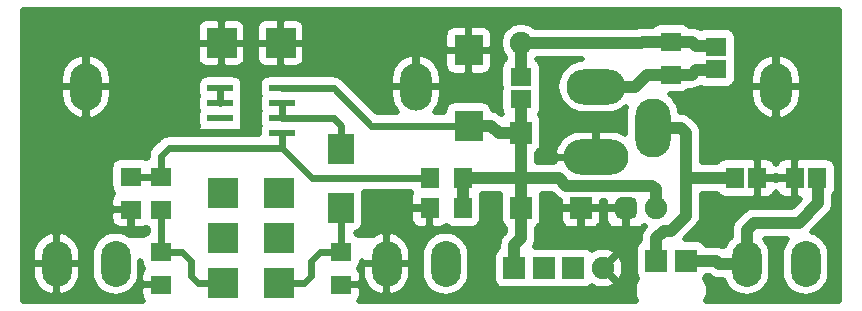
<source format=gbr>
G04 #@! TF.GenerationSoftware,KiCad,Pcbnew,5.1.6-c6e7f7d~87~ubuntu19.10.1*
G04 #@! TF.CreationDate,2022-08-02T14:22:49+06:00*
G04 #@! TF.ProjectId,1590BB2_connector_board_extended_r1a,31353930-4242-4325-9f63-6f6e6e656374,1A*
G04 #@! TF.SameCoordinates,Original*
G04 #@! TF.FileFunction,Copper,L1,Top*
G04 #@! TF.FilePolarity,Positive*
%FSLAX46Y46*%
G04 Gerber Fmt 4.6, Leading zero omitted, Abs format (unit mm)*
G04 Created by KiCad (PCBNEW 5.1.6-c6e7f7d~87~ubuntu19.10.1) date 2022-08-02 14:22:49*
%MOMM*%
%LPD*%
G01*
G04 APERTURE LIST*
G04 #@! TA.AperFunction,SMDPad,CuDef*
%ADD10R,1.800000X1.600000*%
G04 #@! TD*
G04 #@! TA.AperFunction,SMDPad,CuDef*
%ADD11R,1.600000X1.800000*%
G04 #@! TD*
G04 #@! TA.AperFunction,SMDPad,CuDef*
%ADD12R,2.400000X2.600000*%
G04 #@! TD*
G04 #@! TA.AperFunction,SMDPad,CuDef*
%ADD13R,2.200000X0.600000*%
G04 #@! TD*
G04 #@! TA.AperFunction,SMDPad,CuDef*
%ADD14R,2.200000X2.600000*%
G04 #@! TD*
G04 #@! TA.AperFunction,ComponentPad*
%ADD15R,2.500000X2.500000*%
G04 #@! TD*
G04 #@! TA.AperFunction,ComponentPad*
%ADD16O,2.700000X4.000000*%
G04 #@! TD*
G04 #@! TA.AperFunction,ComponentPad*
%ADD17O,2.500000X3.900000*%
G04 #@! TD*
G04 #@! TA.AperFunction,ComponentPad*
%ADD18O,5.500000X3.000000*%
G04 #@! TD*
G04 #@! TA.AperFunction,ComponentPad*
%ADD19O,3.000000X5.000000*%
G04 #@! TD*
G04 #@! TA.AperFunction,ComponentPad*
%ADD20O,5.000000X3.000000*%
G04 #@! TD*
G04 #@! TA.AperFunction,ComponentPad*
%ADD21C,1.900000*%
G04 #@! TD*
G04 #@! TA.AperFunction,ComponentPad*
%ADD22R,1.900000X1.900000*%
G04 #@! TD*
G04 #@! TA.AperFunction,Conductor*
%ADD23C,1.000000*%
G04 #@! TD*
G04 #@! TA.AperFunction,Conductor*
%ADD24C,0.600000*%
G04 #@! TD*
G04 #@! TA.AperFunction,Conductor*
%ADD25C,0.500000*%
G04 #@! TD*
G04 APERTURE END LIST*
D10*
X113030000Y-141925000D03*
X113030000Y-143825000D03*
D11*
X138110000Y-150495000D03*
X136210000Y-150495000D03*
X131130000Y-150495000D03*
X133030000Y-150495000D03*
D10*
X129540000Y-141285000D03*
X129540000Y-139385000D03*
D12*
X108585000Y-139675000D03*
X108585000Y-146075000D03*
D10*
X97790000Y-156715000D03*
X97790000Y-159515000D03*
X80010000Y-153165000D03*
X80010000Y-150365000D03*
D11*
X105280000Y-150495000D03*
X108080000Y-150495000D03*
D10*
X82550000Y-156715000D03*
X82550000Y-159515000D03*
D13*
X87570000Y-142875000D03*
X87570000Y-144145000D03*
X87570000Y-145415000D03*
X87570000Y-146685000D03*
X92770000Y-146685000D03*
X92770000Y-145415000D03*
X92770000Y-144145000D03*
X92770000Y-142875000D03*
D14*
X97790000Y-147995000D03*
X97790000Y-152995000D03*
D10*
X82550000Y-150365000D03*
X82550000Y-153165000D03*
D15*
X92670000Y-139075000D03*
X87670000Y-139075000D03*
X87770000Y-151775000D03*
X87770000Y-155575000D03*
X87770000Y-159375000D03*
X92570000Y-151775000D03*
X92570000Y-159375000D03*
X92570000Y-155575000D03*
D10*
X125730000Y-141735000D03*
X125730000Y-138935000D03*
D11*
X105280000Y-153035000D03*
X108080000Y-153035000D03*
D16*
X104140000Y-142755000D03*
D17*
X106640000Y-157755000D03*
X101640000Y-157755000D03*
D16*
X134620000Y-142755000D03*
D17*
X137120000Y-157755000D03*
X132120000Y-157755000D03*
X73700000Y-157755000D03*
X78700000Y-157755000D03*
D16*
X76200000Y-142755000D03*
D18*
X119380000Y-148755000D03*
D19*
X124180000Y-146255000D03*
D20*
X119380000Y-142755000D03*
D21*
X113030000Y-139065000D03*
D22*
X113030000Y-146685000D03*
X112455000Y-158115000D03*
X114955000Y-158115000D03*
X117455000Y-158115000D03*
D21*
X119955000Y-158115000D03*
D22*
X118110000Y-153035000D03*
X113030000Y-153035000D03*
X124460000Y-157480000D03*
D21*
X124460000Y-153035000D03*
G04 #@! TA.AperFunction,ComponentPad*
G36*
G01*
X122870000Y-152655000D02*
X122870000Y-153415000D01*
G75*
G02*
X122300000Y-153985000I-570000J0D01*
G01*
X121540000Y-153985000D01*
G75*
G02*
X120970000Y-153415000I0J570000D01*
G01*
X120970000Y-152655000D01*
G75*
G02*
X121540000Y-152085000I570000J0D01*
G01*
X122300000Y-152085000D01*
G75*
G02*
X122870000Y-152655000I0J-570000D01*
G01*
G37*
G04 #@! TD.AperFunction*
D22*
X127000000Y-157480000D03*
D23*
X127000000Y-146685000D02*
X127000000Y-150495000D01*
X126570000Y-146255000D02*
X127000000Y-146685000D01*
X124180000Y-146255000D02*
X126570000Y-146255000D01*
X124460000Y-155575000D02*
X124460000Y-157480000D01*
X125095000Y-154940000D02*
X124460000Y-155575000D01*
X125730000Y-154940000D02*
X125095000Y-154940000D01*
X127000000Y-153670000D02*
X125730000Y-154940000D01*
X127000000Y-150495000D02*
X127000000Y-153670000D01*
X131030000Y-150495000D02*
X127000000Y-150495000D01*
X138210000Y-152620000D02*
X138210000Y-150495000D01*
X136525000Y-154305000D02*
X138210000Y-152620000D01*
X132715000Y-154305000D02*
X136525000Y-154305000D01*
X132120000Y-154900000D02*
X132715000Y-154305000D01*
X132120000Y-157755000D02*
X132120000Y-154900000D01*
X129815000Y-157755000D02*
X132120000Y-157755000D01*
X129540000Y-157480000D02*
X129815000Y-157755000D01*
X127000000Y-157480000D02*
X129540000Y-157480000D01*
X113030000Y-143925000D02*
X113030000Y-146685000D01*
X113030000Y-153035000D02*
X113030000Y-155575000D01*
X112455000Y-156150000D02*
X113030000Y-155575000D01*
X112455000Y-158115000D02*
X112455000Y-156150000D01*
X113030000Y-150495000D02*
X113030000Y-153035000D01*
X113030000Y-146685000D02*
X113030000Y-150495000D01*
X124460000Y-151447500D02*
X124460000Y-153035000D01*
X124142500Y-151130000D02*
X124460000Y-151447500D01*
X116840000Y-151130000D02*
X124142500Y-151130000D01*
X108080000Y-150495000D02*
X108080000Y-153035000D01*
X113030000Y-150495000D02*
X116205000Y-150495000D01*
X116205000Y-150495000D02*
X116840000Y-151130000D01*
X108080000Y-150495000D02*
X113030000Y-150495000D01*
D24*
X97155000Y-142875000D02*
X92770000Y-142875000D01*
X100355000Y-146075000D02*
X97155000Y-142875000D01*
X108585000Y-146075000D02*
X100355000Y-146075000D01*
D23*
X108585000Y-146075000D02*
X110515000Y-146075000D01*
X110515000Y-146075000D02*
X111125000Y-146685000D01*
X111125000Y-146685000D02*
X113030000Y-146685000D01*
X113030000Y-141825000D02*
X113030000Y-139065000D01*
X125730000Y-138935000D02*
X127505000Y-138935000D01*
X127855000Y-139285000D02*
X127505000Y-138935000D01*
X129540000Y-139285000D02*
X127855000Y-139285000D01*
X125730000Y-138935000D02*
X123320000Y-138935000D01*
X123190000Y-139065000D02*
X113030000Y-139065000D01*
X123320000Y-138935000D02*
X123190000Y-139065000D01*
X125730000Y-141735000D02*
X127505000Y-141735000D01*
X129540000Y-141385000D02*
X127855000Y-141385000D01*
X127855000Y-141385000D02*
X127505000Y-141735000D01*
X119380000Y-142755000D02*
X122675000Y-142755000D01*
X123695000Y-141735000D02*
X122675000Y-142755000D01*
X125730000Y-141735000D02*
X123695000Y-141735000D01*
D24*
X80010000Y-150365000D02*
X82550000Y-150365000D01*
X92770000Y-146685000D02*
X92770000Y-147955000D01*
X83185000Y-147955000D02*
X92770000Y-147955000D01*
X82550000Y-148590000D02*
X83185000Y-147955000D01*
X82550000Y-150365000D02*
X82550000Y-148590000D01*
X95310000Y-150495000D02*
X92770000Y-147955000D01*
X105280000Y-150495000D02*
X95310000Y-150495000D01*
X82550000Y-156715000D02*
X84325000Y-156715000D01*
X84325000Y-156715000D02*
X85090000Y-157480000D01*
X87770000Y-159375000D02*
X85715000Y-159375000D01*
X85715000Y-159375000D02*
X85090000Y-158750000D01*
X85090000Y-157480000D02*
X85090000Y-158750000D01*
X82550000Y-153165000D02*
X82550000Y-156715000D01*
X97790000Y-152995000D02*
X97790000Y-156715000D01*
X92570000Y-159375000D02*
X94625000Y-159375000D01*
X94625000Y-159375000D02*
X95250000Y-158750000D01*
X97790000Y-156715000D02*
X96015000Y-156715000D01*
X96015000Y-156715000D02*
X95250000Y-157480000D01*
X95250000Y-157480000D02*
X95250000Y-158750000D01*
X92770000Y-144145000D02*
X92770000Y-145415000D01*
X92770000Y-145415000D02*
X97155000Y-145415000D01*
X97155000Y-145415000D02*
X97790000Y-146050000D01*
X97790000Y-147995000D02*
X97790000Y-146050000D01*
X87570000Y-142875000D02*
X87570000Y-144145000D01*
D25*
G36*
X139920001Y-160875000D02*
G01*
X128714034Y-160875000D01*
X128837325Y-160577347D01*
X128910755Y-160208193D01*
X128910755Y-159831807D01*
X128837325Y-159462653D01*
X128693289Y-159114918D01*
X128600933Y-158976697D01*
X128660168Y-158904519D01*
X128700000Y-158830000D01*
X128996874Y-158830000D01*
X129061351Y-158882915D01*
X129295878Y-159008272D01*
X129550354Y-159085467D01*
X129748679Y-159105000D01*
X129748681Y-159105000D01*
X129815000Y-159111532D01*
X129881319Y-159105000D01*
X130122681Y-159105000D01*
X130170466Y-159262524D01*
X130365466Y-159627343D01*
X130627892Y-159947109D01*
X130947658Y-160209535D01*
X131312477Y-160404535D01*
X131708329Y-160524615D01*
X132120000Y-160565161D01*
X132531672Y-160524615D01*
X132927524Y-160404535D01*
X133292343Y-160209535D01*
X133612109Y-159947109D01*
X133874535Y-159627343D01*
X134069535Y-159262524D01*
X134189615Y-158866671D01*
X134220000Y-158558166D01*
X134220000Y-156951833D01*
X134189615Y-156643328D01*
X134069535Y-156247476D01*
X133874535Y-155882657D01*
X133687701Y-155655000D01*
X135552299Y-155655000D01*
X135365465Y-155882657D01*
X135170465Y-156247477D01*
X135050385Y-156643329D01*
X135020000Y-156951834D01*
X135020000Y-158558167D01*
X135050385Y-158866672D01*
X135170466Y-159262524D01*
X135365466Y-159627343D01*
X135627892Y-159947109D01*
X135947658Y-160209535D01*
X136312477Y-160404535D01*
X136708329Y-160524615D01*
X137120000Y-160565161D01*
X137531672Y-160524615D01*
X137927524Y-160404535D01*
X138292343Y-160209535D01*
X138612109Y-159947109D01*
X138874535Y-159627343D01*
X139069535Y-159262524D01*
X139189615Y-158866671D01*
X139220000Y-158558166D01*
X139220000Y-156951833D01*
X139189615Y-156643328D01*
X139069535Y-156247476D01*
X138874535Y-155882657D01*
X138612109Y-155562891D01*
X138292343Y-155300465D01*
X137927523Y-155105465D01*
X137702103Y-155037085D01*
X139117706Y-153621483D01*
X139169212Y-153579213D01*
X139211483Y-153527706D01*
X139211490Y-153527699D01*
X139337915Y-153373650D01*
X139463271Y-153139123D01*
X139463272Y-153139122D01*
X139540467Y-152884646D01*
X139560000Y-152686321D01*
X139560000Y-152686319D01*
X139566532Y-152620000D01*
X139560000Y-152553681D01*
X139560000Y-151942834D01*
X139620168Y-151869519D01*
X139699097Y-151721855D01*
X139747700Y-151561629D01*
X139764112Y-151395000D01*
X139764112Y-149595000D01*
X139747700Y-149428371D01*
X139699097Y-149268145D01*
X139620168Y-149120481D01*
X139513948Y-148991052D01*
X139384519Y-148884832D01*
X139236855Y-148805903D01*
X139076629Y-148757300D01*
X138910000Y-148740888D01*
X137310000Y-148740888D01*
X137160005Y-148755662D01*
X137010000Y-148740887D01*
X136472500Y-148745000D01*
X136260000Y-148957500D01*
X136260000Y-150445000D01*
X136280000Y-150445000D01*
X136280000Y-150545000D01*
X136260000Y-150545000D01*
X136260000Y-152032500D01*
X136472500Y-152245000D01*
X136674267Y-152246544D01*
X135965812Y-152955000D01*
X132781310Y-152955000D01*
X132714999Y-152948469D01*
X132648688Y-152955000D01*
X132648679Y-152955000D01*
X132450354Y-152974533D01*
X132195878Y-153051728D01*
X131961351Y-153177085D01*
X131755787Y-153345787D01*
X131713510Y-153397302D01*
X131212299Y-153898513D01*
X131160788Y-153940787D01*
X131118514Y-153992298D01*
X131118510Y-153992302D01*
X130992085Y-154146351D01*
X130866729Y-154380878D01*
X130789534Y-154635354D01*
X130763468Y-154900000D01*
X130770001Y-154966329D01*
X130770001Y-155446264D01*
X130627891Y-155562891D01*
X130365465Y-155882657D01*
X130170465Y-156247477D01*
X130160346Y-156280833D01*
X130059122Y-156226728D01*
X129804646Y-156149533D01*
X129606321Y-156130000D01*
X129606319Y-156130000D01*
X129540000Y-156123468D01*
X129473681Y-156130000D01*
X128700000Y-156130000D01*
X128660168Y-156055481D01*
X128553948Y-155926052D01*
X128424519Y-155819832D01*
X128276855Y-155740903D01*
X128116629Y-155692300D01*
X127950000Y-155675888D01*
X126903300Y-155675888D01*
X127907702Y-154671487D01*
X127959213Y-154629213D01*
X128001487Y-154577702D01*
X128001490Y-154577699D01*
X128127915Y-154423650D01*
X128253271Y-154189123D01*
X128253272Y-154189122D01*
X128330467Y-153934646D01*
X128350000Y-153736321D01*
X128350000Y-153736312D01*
X128356531Y-153670001D01*
X128350000Y-153603690D01*
X128350000Y-151845000D01*
X129606726Y-151845000D01*
X129619832Y-151869519D01*
X129726052Y-151998948D01*
X129855481Y-152105168D01*
X130003145Y-152184097D01*
X130163371Y-152232700D01*
X130330000Y-152249112D01*
X131930000Y-152249112D01*
X132079995Y-152234338D01*
X132230000Y-152249113D01*
X132767500Y-152245000D01*
X132980000Y-152032500D01*
X132980000Y-150545000D01*
X133080000Y-150545000D01*
X133080000Y-152032500D01*
X133292500Y-152245000D01*
X133830000Y-152249113D01*
X133996629Y-152232701D01*
X134156855Y-152184098D01*
X134304520Y-152105169D01*
X134433949Y-151998949D01*
X134540169Y-151869520D01*
X134619098Y-151721855D01*
X134620000Y-151718881D01*
X134620902Y-151721855D01*
X134699831Y-151869520D01*
X134806051Y-151998949D01*
X134935480Y-152105169D01*
X135083145Y-152184098D01*
X135243371Y-152232701D01*
X135410000Y-152249113D01*
X135947500Y-152245000D01*
X136160000Y-152032500D01*
X136160000Y-150545000D01*
X134772500Y-150545000D01*
X134620000Y-150697500D01*
X134467500Y-150545000D01*
X133080000Y-150545000D01*
X132980000Y-150545000D01*
X132960000Y-150545000D01*
X132960000Y-150445000D01*
X132980000Y-150445000D01*
X132980000Y-148957500D01*
X133080000Y-148957500D01*
X133080000Y-150445000D01*
X134467500Y-150445000D01*
X134620000Y-150292500D01*
X134772500Y-150445000D01*
X136160000Y-150445000D01*
X136160000Y-148957500D01*
X135947500Y-148745000D01*
X135410000Y-148740887D01*
X135243371Y-148757299D01*
X135083145Y-148805902D01*
X134935480Y-148884831D01*
X134806051Y-148991051D01*
X134699831Y-149120480D01*
X134620902Y-149268145D01*
X134620000Y-149271119D01*
X134619098Y-149268145D01*
X134540169Y-149120480D01*
X134433949Y-148991051D01*
X134304520Y-148884831D01*
X134156855Y-148805902D01*
X133996629Y-148757299D01*
X133830000Y-148740887D01*
X133292500Y-148745000D01*
X133080000Y-148957500D01*
X132980000Y-148957500D01*
X132767500Y-148745000D01*
X132230000Y-148740887D01*
X132079995Y-148755662D01*
X131930000Y-148740888D01*
X130330000Y-148740888D01*
X130163371Y-148757300D01*
X130003145Y-148805903D01*
X129855481Y-148884832D01*
X129726052Y-148991052D01*
X129619832Y-149120481D01*
X129606726Y-149145000D01*
X128350000Y-149145000D01*
X128350000Y-146751319D01*
X128356532Y-146685000D01*
X128344713Y-146565000D01*
X128330467Y-146420354D01*
X128253272Y-146165878D01*
X128127915Y-145931351D01*
X128067073Y-145857215D01*
X128001490Y-145777302D01*
X128001487Y-145777299D01*
X127959212Y-145725787D01*
X127907701Y-145683513D01*
X127571491Y-145347303D01*
X127529213Y-145295787D01*
X127323649Y-145127085D01*
X127089122Y-145001728D01*
X126834646Y-144924533D01*
X126636321Y-144905000D01*
X126636319Y-144905000D01*
X126570000Y-144898468D01*
X126506867Y-144904686D01*
X126495997Y-144794320D01*
X126361621Y-144351343D01*
X126143407Y-143943093D01*
X125849741Y-143585259D01*
X125610734Y-143389112D01*
X126630000Y-143389112D01*
X126796629Y-143372700D01*
X126956855Y-143324097D01*
X127104519Y-143245168D01*
X127233948Y-143138948D01*
X127278222Y-143085000D01*
X127438681Y-143085000D01*
X127505000Y-143091532D01*
X127571319Y-143085000D01*
X127571321Y-143085000D01*
X127769646Y-143065467D01*
X128024122Y-142988272D01*
X128258649Y-142862915D01*
X128271892Y-142852047D01*
X128313145Y-142874097D01*
X128473371Y-142922700D01*
X128640000Y-142939112D01*
X130440000Y-142939112D01*
X130606629Y-142922700D01*
X130766855Y-142874097D01*
X130896124Y-142805000D01*
X132420000Y-142805000D01*
X132420000Y-143455000D01*
X132472027Y-143883238D01*
X132606599Y-144293098D01*
X132818545Y-144668828D01*
X133099720Y-144995990D01*
X133439319Y-145262011D01*
X133824290Y-145456668D01*
X134226549Y-145569532D01*
X134570000Y-145391871D01*
X134570000Y-142805000D01*
X134670000Y-142805000D01*
X134670000Y-145391871D01*
X135013451Y-145569532D01*
X135415710Y-145456668D01*
X135800681Y-145262011D01*
X136140280Y-144995990D01*
X136421455Y-144668828D01*
X136633401Y-144293098D01*
X136767973Y-143883238D01*
X136820000Y-143455000D01*
X136820000Y-142805000D01*
X134670000Y-142805000D01*
X134570000Y-142805000D01*
X132420000Y-142805000D01*
X130896124Y-142805000D01*
X130914519Y-142795168D01*
X131043948Y-142688948D01*
X131150168Y-142559519D01*
X131229097Y-142411855D01*
X131277700Y-142251629D01*
X131294112Y-142085000D01*
X131294112Y-142055000D01*
X132420000Y-142055000D01*
X132420000Y-142705000D01*
X134570000Y-142705000D01*
X134570000Y-140118129D01*
X134670000Y-140118129D01*
X134670000Y-142705000D01*
X136820000Y-142705000D01*
X136820000Y-142055000D01*
X136767973Y-141626762D01*
X136633401Y-141216902D01*
X136421455Y-140841172D01*
X136140280Y-140514010D01*
X135800681Y-140247989D01*
X135415710Y-140053332D01*
X135013451Y-139940468D01*
X134670000Y-140118129D01*
X134570000Y-140118129D01*
X134226549Y-139940468D01*
X133824290Y-140053332D01*
X133439319Y-140247989D01*
X133099720Y-140514010D01*
X132818545Y-140841172D01*
X132606599Y-141216902D01*
X132472027Y-141626762D01*
X132420000Y-142055000D01*
X131294112Y-142055000D01*
X131294112Y-140485000D01*
X131279338Y-140335000D01*
X131294112Y-140185000D01*
X131294112Y-138585000D01*
X131277700Y-138418371D01*
X131229097Y-138258145D01*
X131150168Y-138110481D01*
X131043948Y-137981052D01*
X130914519Y-137874832D01*
X130766855Y-137795903D01*
X130606629Y-137747300D01*
X130440000Y-137730888D01*
X128640000Y-137730888D01*
X128473371Y-137747300D01*
X128313145Y-137795903D01*
X128271892Y-137817953D01*
X128258649Y-137807085D01*
X128024122Y-137681728D01*
X127769646Y-137604533D01*
X127571321Y-137585000D01*
X127571319Y-137585000D01*
X127505000Y-137578468D01*
X127438681Y-137585000D01*
X127278222Y-137585000D01*
X127233948Y-137531052D01*
X127104519Y-137424832D01*
X126956855Y-137345903D01*
X126796629Y-137297300D01*
X126630000Y-137280888D01*
X124830000Y-137280888D01*
X124663371Y-137297300D01*
X124503145Y-137345903D01*
X124355481Y-137424832D01*
X124226052Y-137531052D01*
X124181778Y-137585000D01*
X123386319Y-137585000D01*
X123320000Y-137578468D01*
X123253681Y-137585000D01*
X123253679Y-137585000D01*
X123055354Y-137604533D01*
X122800878Y-137681728D01*
X122738630Y-137715000D01*
X114225584Y-137715000D01*
X114177433Y-137666849D01*
X113882620Y-137469861D01*
X113555041Y-137334173D01*
X113207284Y-137265000D01*
X112852716Y-137265000D01*
X112504959Y-137334173D01*
X112177380Y-137469861D01*
X111882567Y-137666849D01*
X111631849Y-137917567D01*
X111434861Y-138212380D01*
X111299173Y-138539959D01*
X111230000Y-138887716D01*
X111230000Y-139242284D01*
X111299173Y-139590041D01*
X111434861Y-139917620D01*
X111631849Y-140212433D01*
X111680001Y-140260585D01*
X111680001Y-140401726D01*
X111655481Y-140414832D01*
X111526052Y-140521052D01*
X111419832Y-140650481D01*
X111340903Y-140798145D01*
X111292300Y-140958371D01*
X111275888Y-141125000D01*
X111275888Y-142725000D01*
X111290662Y-142875000D01*
X111275888Y-143025000D01*
X111275888Y-144625000D01*
X111292300Y-144791629D01*
X111340903Y-144951855D01*
X111392826Y-145048994D01*
X111268649Y-144947085D01*
X111034122Y-144821728D01*
X110779646Y-144744533D01*
X110634705Y-144730258D01*
X110622700Y-144608371D01*
X110574097Y-144448145D01*
X110495168Y-144300481D01*
X110388948Y-144171052D01*
X110259519Y-144064832D01*
X110111855Y-143985903D01*
X109951629Y-143937300D01*
X109785000Y-143920888D01*
X107385000Y-143920888D01*
X107218371Y-143937300D01*
X107058145Y-143985903D01*
X106910481Y-144064832D01*
X106781052Y-144171052D01*
X106674832Y-144300481D01*
X106595903Y-144448145D01*
X106547300Y-144608371D01*
X106530888Y-144775000D01*
X106530888Y-144925000D01*
X105721291Y-144925000D01*
X105941455Y-144668828D01*
X106153401Y-144293098D01*
X106287973Y-143883238D01*
X106340000Y-143455000D01*
X106340000Y-142805000D01*
X104190000Y-142805000D01*
X104190000Y-142825000D01*
X104090000Y-142825000D01*
X104090000Y-142805000D01*
X101940000Y-142805000D01*
X101940000Y-143455000D01*
X101992027Y-143883238D01*
X102126599Y-144293098D01*
X102338545Y-144668828D01*
X102558709Y-144925000D01*
X100831346Y-144925000D01*
X98008124Y-142101780D01*
X97972107Y-142057893D01*
X97968582Y-142055000D01*
X101940000Y-142055000D01*
X101940000Y-142705000D01*
X104090000Y-142705000D01*
X104090000Y-140118129D01*
X104190000Y-140118129D01*
X104190000Y-142705000D01*
X106340000Y-142705000D01*
X106340000Y-142055000D01*
X106287973Y-141626762D01*
X106153401Y-141216902D01*
X106016947Y-140975000D01*
X106530887Y-140975000D01*
X106547299Y-141141629D01*
X106595902Y-141301855D01*
X106674831Y-141449520D01*
X106781051Y-141578949D01*
X106910480Y-141685169D01*
X107058145Y-141764098D01*
X107218371Y-141812701D01*
X107385000Y-141829113D01*
X108322500Y-141825000D01*
X108535000Y-141612500D01*
X108535000Y-139725000D01*
X108635000Y-139725000D01*
X108635000Y-141612500D01*
X108847500Y-141825000D01*
X109785000Y-141829113D01*
X109951629Y-141812701D01*
X110111855Y-141764098D01*
X110259520Y-141685169D01*
X110388949Y-141578949D01*
X110495169Y-141449520D01*
X110574098Y-141301855D01*
X110622701Y-141141629D01*
X110639113Y-140975000D01*
X110635000Y-139937500D01*
X110422500Y-139725000D01*
X108635000Y-139725000D01*
X108535000Y-139725000D01*
X106747500Y-139725000D01*
X106535000Y-139937500D01*
X106530887Y-140975000D01*
X106016947Y-140975000D01*
X105941455Y-140841172D01*
X105660280Y-140514010D01*
X105320681Y-140247989D01*
X104935710Y-140053332D01*
X104533451Y-139940468D01*
X104190000Y-140118129D01*
X104090000Y-140118129D01*
X103746549Y-139940468D01*
X103344290Y-140053332D01*
X102959319Y-140247989D01*
X102619720Y-140514010D01*
X102338545Y-140841172D01*
X102126599Y-141216902D01*
X101992027Y-141626762D01*
X101940000Y-142055000D01*
X97968582Y-142055000D01*
X97796997Y-141914184D01*
X97597215Y-141807398D01*
X97380439Y-141741640D01*
X97211492Y-141725000D01*
X97211482Y-141725000D01*
X97155000Y-141719437D01*
X97098518Y-141725000D01*
X93911749Y-141725000D01*
X93870000Y-141720888D01*
X91670000Y-141720888D01*
X91503371Y-141737300D01*
X91343145Y-141785903D01*
X91195481Y-141864832D01*
X91066052Y-141971052D01*
X90959832Y-142100481D01*
X90880903Y-142248145D01*
X90832300Y-142408371D01*
X90815888Y-142575000D01*
X90815888Y-143175000D01*
X90832300Y-143341629D01*
X90880903Y-143501855D01*
X90885257Y-143510000D01*
X90880903Y-143518145D01*
X90832300Y-143678371D01*
X90815888Y-143845000D01*
X90815888Y-144445000D01*
X90832300Y-144611629D01*
X90880903Y-144771855D01*
X90885257Y-144780000D01*
X90880903Y-144788145D01*
X90832300Y-144948371D01*
X90815888Y-145115000D01*
X90815888Y-145715000D01*
X90832300Y-145881629D01*
X90880903Y-146041855D01*
X90885257Y-146050000D01*
X90880903Y-146058145D01*
X90832300Y-146218371D01*
X90815888Y-146385000D01*
X90815888Y-146805000D01*
X89377500Y-146805000D01*
X89307500Y-146735000D01*
X87620000Y-146735000D01*
X87620000Y-146755000D01*
X87520000Y-146755000D01*
X87520000Y-146735000D01*
X85832500Y-146735000D01*
X85762500Y-146805000D01*
X83241492Y-146805000D01*
X83185000Y-146799436D01*
X82959561Y-146821640D01*
X82742784Y-146887398D01*
X82666603Y-146928118D01*
X82543003Y-146994184D01*
X82367893Y-147137893D01*
X82331875Y-147181781D01*
X81776776Y-147736880D01*
X81732894Y-147772893D01*
X81589185Y-147948003D01*
X81482399Y-148147785D01*
X81416641Y-148364561D01*
X81400000Y-148533508D01*
X81400000Y-148533518D01*
X81394437Y-148590000D01*
X81400000Y-148646482D01*
X81400000Y-148752590D01*
X81323145Y-148775903D01*
X81280000Y-148798965D01*
X81236855Y-148775903D01*
X81076629Y-148727300D01*
X80910000Y-148710888D01*
X79110000Y-148710888D01*
X78943371Y-148727300D01*
X78783145Y-148775903D01*
X78635481Y-148854832D01*
X78506052Y-148961052D01*
X78399832Y-149090481D01*
X78320903Y-149238145D01*
X78272300Y-149398371D01*
X78255888Y-149565000D01*
X78255888Y-151165000D01*
X78272300Y-151331629D01*
X78320903Y-151491855D01*
X78399832Y-151639519D01*
X78502811Y-151764999D01*
X78399831Y-151890480D01*
X78320902Y-152038145D01*
X78272299Y-152198371D01*
X78255887Y-152365000D01*
X78260000Y-152902500D01*
X78472500Y-153115000D01*
X79960000Y-153115000D01*
X79960000Y-153095000D01*
X80060000Y-153095000D01*
X80060000Y-153115000D01*
X80080000Y-153115000D01*
X80080000Y-153215000D01*
X80060000Y-153215000D01*
X80060000Y-154602500D01*
X80272500Y-154815000D01*
X80910000Y-154819113D01*
X81076629Y-154802701D01*
X81236855Y-154754098D01*
X81280001Y-154731036D01*
X81323145Y-154754097D01*
X81400000Y-154777410D01*
X81400001Y-155102590D01*
X81323145Y-155125903D01*
X81175481Y-155204832D01*
X81046052Y-155311052D01*
X81034605Y-155325000D01*
X79902239Y-155325000D01*
X79872343Y-155300465D01*
X79507523Y-155105465D01*
X79111671Y-154985385D01*
X78700000Y-154944839D01*
X78288328Y-154985385D01*
X77892476Y-155105465D01*
X77527657Y-155300465D01*
X77207891Y-155562891D01*
X76945465Y-155882657D01*
X76750465Y-156247477D01*
X76630385Y-156643329D01*
X76600000Y-156951834D01*
X76600000Y-158558167D01*
X76630385Y-158866672D01*
X76750466Y-159262524D01*
X76945466Y-159627343D01*
X77207892Y-159947109D01*
X77527658Y-160209535D01*
X77892477Y-160404535D01*
X78288329Y-160524615D01*
X78700000Y-160565161D01*
X79111672Y-160524615D01*
X79507524Y-160404535D01*
X79872343Y-160209535D01*
X80192109Y-159947109D01*
X80454535Y-159627343D01*
X80649535Y-159262524D01*
X80769615Y-158866671D01*
X80800000Y-158558166D01*
X80800000Y-157556749D01*
X80812300Y-157681629D01*
X80860903Y-157841855D01*
X80939832Y-157989519D01*
X81042811Y-158114999D01*
X80939831Y-158240480D01*
X80860902Y-158388145D01*
X80812299Y-158548371D01*
X80795887Y-158715000D01*
X80800000Y-159252500D01*
X81012500Y-159465000D01*
X82500000Y-159465000D01*
X82500000Y-159445000D01*
X82600000Y-159445000D01*
X82600000Y-159465000D01*
X82620000Y-159465000D01*
X82620000Y-159565000D01*
X82600000Y-159565000D01*
X82600000Y-159585000D01*
X82500000Y-159585000D01*
X82500000Y-159565000D01*
X81012500Y-159565000D01*
X80800000Y-159777500D01*
X80795887Y-160315000D01*
X80812299Y-160481629D01*
X80860902Y-160641855D01*
X80939831Y-160789520D01*
X81009983Y-160875000D01*
X70900000Y-160875000D01*
X70900000Y-157805000D01*
X71600000Y-157805000D01*
X71600000Y-158505000D01*
X71650105Y-158913729D01*
X71778987Y-159304829D01*
X71981692Y-159663271D01*
X72250431Y-159975280D01*
X72574876Y-160228865D01*
X72942559Y-160414281D01*
X73322196Y-160520736D01*
X73650000Y-160341838D01*
X73650000Y-157805000D01*
X73750000Y-157805000D01*
X73750000Y-160341838D01*
X74077804Y-160520736D01*
X74457441Y-160414281D01*
X74825124Y-160228865D01*
X75149569Y-159975280D01*
X75418308Y-159663271D01*
X75621013Y-159304829D01*
X75749895Y-158913729D01*
X75800000Y-158505000D01*
X75800000Y-157805000D01*
X73750000Y-157805000D01*
X73650000Y-157805000D01*
X71600000Y-157805000D01*
X70900000Y-157805000D01*
X70900000Y-157005000D01*
X71600000Y-157005000D01*
X71600000Y-157705000D01*
X73650000Y-157705000D01*
X73650000Y-155168162D01*
X73750000Y-155168162D01*
X73750000Y-157705000D01*
X75800000Y-157705000D01*
X75800000Y-157005000D01*
X75749895Y-156596271D01*
X75621013Y-156205171D01*
X75418308Y-155846729D01*
X75149569Y-155534720D01*
X74825124Y-155281135D01*
X74457441Y-155095719D01*
X74077804Y-154989264D01*
X73750000Y-155168162D01*
X73650000Y-155168162D01*
X73322196Y-154989264D01*
X72942559Y-155095719D01*
X72574876Y-155281135D01*
X72250431Y-155534720D01*
X71981692Y-155846729D01*
X71778987Y-156205171D01*
X71650105Y-156596271D01*
X71600000Y-157005000D01*
X70900000Y-157005000D01*
X70900000Y-153965000D01*
X78255887Y-153965000D01*
X78272299Y-154131629D01*
X78320902Y-154291855D01*
X78399831Y-154439520D01*
X78506051Y-154568949D01*
X78635480Y-154675169D01*
X78783145Y-154754098D01*
X78943371Y-154802701D01*
X79110000Y-154819113D01*
X79747500Y-154815000D01*
X79960000Y-154602500D01*
X79960000Y-153215000D01*
X78472500Y-153215000D01*
X78260000Y-153427500D01*
X78255887Y-153965000D01*
X70900000Y-153965000D01*
X70900000Y-146385000D01*
X85615887Y-146385000D01*
X85620000Y-146422500D01*
X85832500Y-146635000D01*
X87520000Y-146635000D01*
X87520000Y-146615000D01*
X87620000Y-146615000D01*
X87620000Y-146635000D01*
X89307500Y-146635000D01*
X89520000Y-146422500D01*
X89524113Y-146385000D01*
X89507701Y-146218371D01*
X89459098Y-146058145D01*
X89454744Y-146049999D01*
X89459097Y-146041855D01*
X89507700Y-145881629D01*
X89524112Y-145715000D01*
X89524112Y-145115000D01*
X89507700Y-144948371D01*
X89459097Y-144788145D01*
X89454743Y-144780000D01*
X89459097Y-144771855D01*
X89507700Y-144611629D01*
X89524112Y-144445000D01*
X89524112Y-143845000D01*
X89507700Y-143678371D01*
X89459097Y-143518145D01*
X89454743Y-143510000D01*
X89459097Y-143501855D01*
X89507700Y-143341629D01*
X89524112Y-143175000D01*
X89524112Y-142575000D01*
X89507700Y-142408371D01*
X89459097Y-142248145D01*
X89380168Y-142100481D01*
X89273948Y-141971052D01*
X89144519Y-141864832D01*
X88996855Y-141785903D01*
X88836629Y-141737300D01*
X88670000Y-141720888D01*
X87584742Y-141720888D01*
X87570000Y-141719436D01*
X87555258Y-141720888D01*
X86470000Y-141720888D01*
X86303371Y-141737300D01*
X86143145Y-141785903D01*
X85995481Y-141864832D01*
X85866052Y-141971052D01*
X85759832Y-142100481D01*
X85680903Y-142248145D01*
X85632300Y-142408371D01*
X85615888Y-142575000D01*
X85615888Y-143175000D01*
X85632300Y-143341629D01*
X85680903Y-143501855D01*
X85685257Y-143510000D01*
X85680903Y-143518145D01*
X85632300Y-143678371D01*
X85615888Y-143845000D01*
X85615888Y-144445000D01*
X85632300Y-144611629D01*
X85680903Y-144771855D01*
X85685257Y-144780000D01*
X85680903Y-144788145D01*
X85632300Y-144948371D01*
X85615888Y-145115000D01*
X85615888Y-145715000D01*
X85632300Y-145881629D01*
X85680903Y-146041855D01*
X85685256Y-146049999D01*
X85680902Y-146058145D01*
X85632299Y-146218371D01*
X85615887Y-146385000D01*
X70900000Y-146385000D01*
X70900000Y-142805000D01*
X74000000Y-142805000D01*
X74000000Y-143455000D01*
X74052027Y-143883238D01*
X74186599Y-144293098D01*
X74398545Y-144668828D01*
X74679720Y-144995990D01*
X75019319Y-145262011D01*
X75404290Y-145456668D01*
X75806549Y-145569532D01*
X76150000Y-145391871D01*
X76150000Y-142805000D01*
X76250000Y-142805000D01*
X76250000Y-145391871D01*
X76593451Y-145569532D01*
X76995710Y-145456668D01*
X77380681Y-145262011D01*
X77720280Y-144995990D01*
X78001455Y-144668828D01*
X78213401Y-144293098D01*
X78347973Y-143883238D01*
X78400000Y-143455000D01*
X78400000Y-142805000D01*
X76250000Y-142805000D01*
X76150000Y-142805000D01*
X74000000Y-142805000D01*
X70900000Y-142805000D01*
X70900000Y-142055000D01*
X74000000Y-142055000D01*
X74000000Y-142705000D01*
X76150000Y-142705000D01*
X76150000Y-140118129D01*
X76250000Y-140118129D01*
X76250000Y-142705000D01*
X78400000Y-142705000D01*
X78400000Y-142055000D01*
X78347973Y-141626762D01*
X78213401Y-141216902D01*
X78001455Y-140841172D01*
X77720280Y-140514010D01*
X77478993Y-140325000D01*
X85565887Y-140325000D01*
X85582299Y-140491629D01*
X85630902Y-140651855D01*
X85709831Y-140799520D01*
X85816051Y-140928949D01*
X85945480Y-141035169D01*
X86093145Y-141114098D01*
X86253371Y-141162701D01*
X86420000Y-141179113D01*
X87407500Y-141175000D01*
X87620000Y-140962500D01*
X87620000Y-139125000D01*
X87720000Y-139125000D01*
X87720000Y-140962500D01*
X87932500Y-141175000D01*
X88920000Y-141179113D01*
X89086629Y-141162701D01*
X89246855Y-141114098D01*
X89394520Y-141035169D01*
X89523949Y-140928949D01*
X89630169Y-140799520D01*
X89709098Y-140651855D01*
X89757701Y-140491629D01*
X89774113Y-140325000D01*
X90565887Y-140325000D01*
X90582299Y-140491629D01*
X90630902Y-140651855D01*
X90709831Y-140799520D01*
X90816051Y-140928949D01*
X90945480Y-141035169D01*
X91093145Y-141114098D01*
X91253371Y-141162701D01*
X91420000Y-141179113D01*
X92407500Y-141175000D01*
X92620000Y-140962500D01*
X92620000Y-139125000D01*
X92720000Y-139125000D01*
X92720000Y-140962500D01*
X92932500Y-141175000D01*
X93920000Y-141179113D01*
X94086629Y-141162701D01*
X94246855Y-141114098D01*
X94394520Y-141035169D01*
X94523949Y-140928949D01*
X94630169Y-140799520D01*
X94709098Y-140651855D01*
X94757701Y-140491629D01*
X94774113Y-140325000D01*
X94770000Y-139337500D01*
X94557500Y-139125000D01*
X92720000Y-139125000D01*
X92620000Y-139125000D01*
X90782500Y-139125000D01*
X90570000Y-139337500D01*
X90565887Y-140325000D01*
X89774113Y-140325000D01*
X89770000Y-139337500D01*
X89557500Y-139125000D01*
X87720000Y-139125000D01*
X87620000Y-139125000D01*
X85782500Y-139125000D01*
X85570000Y-139337500D01*
X85565887Y-140325000D01*
X77478993Y-140325000D01*
X77380681Y-140247989D01*
X76995710Y-140053332D01*
X76593451Y-139940468D01*
X76250000Y-140118129D01*
X76150000Y-140118129D01*
X75806549Y-139940468D01*
X75404290Y-140053332D01*
X75019319Y-140247989D01*
X74679720Y-140514010D01*
X74398545Y-140841172D01*
X74186599Y-141216902D01*
X74052027Y-141626762D01*
X74000000Y-142055000D01*
X70900000Y-142055000D01*
X70900000Y-137825000D01*
X85565887Y-137825000D01*
X85570000Y-138812500D01*
X85782500Y-139025000D01*
X87620000Y-139025000D01*
X87620000Y-137187500D01*
X87720000Y-137187500D01*
X87720000Y-139025000D01*
X89557500Y-139025000D01*
X89770000Y-138812500D01*
X89774113Y-137825000D01*
X90565887Y-137825000D01*
X90570000Y-138812500D01*
X90782500Y-139025000D01*
X92620000Y-139025000D01*
X92620000Y-137187500D01*
X92720000Y-137187500D01*
X92720000Y-139025000D01*
X94557500Y-139025000D01*
X94770000Y-138812500D01*
X94771822Y-138375000D01*
X106530887Y-138375000D01*
X106535000Y-139412500D01*
X106747500Y-139625000D01*
X108535000Y-139625000D01*
X108535000Y-137737500D01*
X108635000Y-137737500D01*
X108635000Y-139625000D01*
X110422500Y-139625000D01*
X110635000Y-139412500D01*
X110639113Y-138375000D01*
X110622701Y-138208371D01*
X110574098Y-138048145D01*
X110495169Y-137900480D01*
X110388949Y-137771051D01*
X110259520Y-137664831D01*
X110111855Y-137585902D01*
X109951629Y-137537299D01*
X109785000Y-137520887D01*
X108847500Y-137525000D01*
X108635000Y-137737500D01*
X108535000Y-137737500D01*
X108322500Y-137525000D01*
X107385000Y-137520887D01*
X107218371Y-137537299D01*
X107058145Y-137585902D01*
X106910480Y-137664831D01*
X106781051Y-137771051D01*
X106674831Y-137900480D01*
X106595902Y-138048145D01*
X106547299Y-138208371D01*
X106530887Y-138375000D01*
X94771822Y-138375000D01*
X94774113Y-137825000D01*
X94757701Y-137658371D01*
X94709098Y-137498145D01*
X94630169Y-137350480D01*
X94523949Y-137221051D01*
X94394520Y-137114831D01*
X94246855Y-137035902D01*
X94086629Y-136987299D01*
X93920000Y-136970887D01*
X92932500Y-136975000D01*
X92720000Y-137187500D01*
X92620000Y-137187500D01*
X92407500Y-136975000D01*
X91420000Y-136970887D01*
X91253371Y-136987299D01*
X91093145Y-137035902D01*
X90945480Y-137114831D01*
X90816051Y-137221051D01*
X90709831Y-137350480D01*
X90630902Y-137498145D01*
X90582299Y-137658371D01*
X90565887Y-137825000D01*
X89774113Y-137825000D01*
X89757701Y-137658371D01*
X89709098Y-137498145D01*
X89630169Y-137350480D01*
X89523949Y-137221051D01*
X89394520Y-137114831D01*
X89246855Y-137035902D01*
X89086629Y-136987299D01*
X88920000Y-136970887D01*
X87932500Y-136975000D01*
X87720000Y-137187500D01*
X87620000Y-137187500D01*
X87407500Y-136975000D01*
X86420000Y-136970887D01*
X86253371Y-136987299D01*
X86093145Y-137035902D01*
X85945480Y-137114831D01*
X85816051Y-137221051D01*
X85709831Y-137350480D01*
X85630902Y-137498145D01*
X85582299Y-137658371D01*
X85565887Y-137825000D01*
X70900000Y-137825000D01*
X70900000Y-136305000D01*
X139920000Y-136305000D01*
X139920001Y-160875000D01*
G37*
X139920001Y-160875000D02*
X128714034Y-160875000D01*
X128837325Y-160577347D01*
X128910755Y-160208193D01*
X128910755Y-159831807D01*
X128837325Y-159462653D01*
X128693289Y-159114918D01*
X128600933Y-158976697D01*
X128660168Y-158904519D01*
X128700000Y-158830000D01*
X128996874Y-158830000D01*
X129061351Y-158882915D01*
X129295878Y-159008272D01*
X129550354Y-159085467D01*
X129748679Y-159105000D01*
X129748681Y-159105000D01*
X129815000Y-159111532D01*
X129881319Y-159105000D01*
X130122681Y-159105000D01*
X130170466Y-159262524D01*
X130365466Y-159627343D01*
X130627892Y-159947109D01*
X130947658Y-160209535D01*
X131312477Y-160404535D01*
X131708329Y-160524615D01*
X132120000Y-160565161D01*
X132531672Y-160524615D01*
X132927524Y-160404535D01*
X133292343Y-160209535D01*
X133612109Y-159947109D01*
X133874535Y-159627343D01*
X134069535Y-159262524D01*
X134189615Y-158866671D01*
X134220000Y-158558166D01*
X134220000Y-156951833D01*
X134189615Y-156643328D01*
X134069535Y-156247476D01*
X133874535Y-155882657D01*
X133687701Y-155655000D01*
X135552299Y-155655000D01*
X135365465Y-155882657D01*
X135170465Y-156247477D01*
X135050385Y-156643329D01*
X135020000Y-156951834D01*
X135020000Y-158558167D01*
X135050385Y-158866672D01*
X135170466Y-159262524D01*
X135365466Y-159627343D01*
X135627892Y-159947109D01*
X135947658Y-160209535D01*
X136312477Y-160404535D01*
X136708329Y-160524615D01*
X137120000Y-160565161D01*
X137531672Y-160524615D01*
X137927524Y-160404535D01*
X138292343Y-160209535D01*
X138612109Y-159947109D01*
X138874535Y-159627343D01*
X139069535Y-159262524D01*
X139189615Y-158866671D01*
X139220000Y-158558166D01*
X139220000Y-156951833D01*
X139189615Y-156643328D01*
X139069535Y-156247476D01*
X138874535Y-155882657D01*
X138612109Y-155562891D01*
X138292343Y-155300465D01*
X137927523Y-155105465D01*
X137702103Y-155037085D01*
X139117706Y-153621483D01*
X139169212Y-153579213D01*
X139211483Y-153527706D01*
X139211490Y-153527699D01*
X139337915Y-153373650D01*
X139463271Y-153139123D01*
X139463272Y-153139122D01*
X139540467Y-152884646D01*
X139560000Y-152686321D01*
X139560000Y-152686319D01*
X139566532Y-152620000D01*
X139560000Y-152553681D01*
X139560000Y-151942834D01*
X139620168Y-151869519D01*
X139699097Y-151721855D01*
X139747700Y-151561629D01*
X139764112Y-151395000D01*
X139764112Y-149595000D01*
X139747700Y-149428371D01*
X139699097Y-149268145D01*
X139620168Y-149120481D01*
X139513948Y-148991052D01*
X139384519Y-148884832D01*
X139236855Y-148805903D01*
X139076629Y-148757300D01*
X138910000Y-148740888D01*
X137310000Y-148740888D01*
X137160005Y-148755662D01*
X137010000Y-148740887D01*
X136472500Y-148745000D01*
X136260000Y-148957500D01*
X136260000Y-150445000D01*
X136280000Y-150445000D01*
X136280000Y-150545000D01*
X136260000Y-150545000D01*
X136260000Y-152032500D01*
X136472500Y-152245000D01*
X136674267Y-152246544D01*
X135965812Y-152955000D01*
X132781310Y-152955000D01*
X132714999Y-152948469D01*
X132648688Y-152955000D01*
X132648679Y-152955000D01*
X132450354Y-152974533D01*
X132195878Y-153051728D01*
X131961351Y-153177085D01*
X131755787Y-153345787D01*
X131713510Y-153397302D01*
X131212299Y-153898513D01*
X131160788Y-153940787D01*
X131118514Y-153992298D01*
X131118510Y-153992302D01*
X130992085Y-154146351D01*
X130866729Y-154380878D01*
X130789534Y-154635354D01*
X130763468Y-154900000D01*
X130770001Y-154966329D01*
X130770001Y-155446264D01*
X130627891Y-155562891D01*
X130365465Y-155882657D01*
X130170465Y-156247477D01*
X130160346Y-156280833D01*
X130059122Y-156226728D01*
X129804646Y-156149533D01*
X129606321Y-156130000D01*
X129606319Y-156130000D01*
X129540000Y-156123468D01*
X129473681Y-156130000D01*
X128700000Y-156130000D01*
X128660168Y-156055481D01*
X128553948Y-155926052D01*
X128424519Y-155819832D01*
X128276855Y-155740903D01*
X128116629Y-155692300D01*
X127950000Y-155675888D01*
X126903300Y-155675888D01*
X127907702Y-154671487D01*
X127959213Y-154629213D01*
X128001487Y-154577702D01*
X128001490Y-154577699D01*
X128127915Y-154423650D01*
X128253271Y-154189123D01*
X128253272Y-154189122D01*
X128330467Y-153934646D01*
X128350000Y-153736321D01*
X128350000Y-153736312D01*
X128356531Y-153670001D01*
X128350000Y-153603690D01*
X128350000Y-151845000D01*
X129606726Y-151845000D01*
X129619832Y-151869519D01*
X129726052Y-151998948D01*
X129855481Y-152105168D01*
X130003145Y-152184097D01*
X130163371Y-152232700D01*
X130330000Y-152249112D01*
X131930000Y-152249112D01*
X132079995Y-152234338D01*
X132230000Y-152249113D01*
X132767500Y-152245000D01*
X132980000Y-152032500D01*
X132980000Y-150545000D01*
X133080000Y-150545000D01*
X133080000Y-152032500D01*
X133292500Y-152245000D01*
X133830000Y-152249113D01*
X133996629Y-152232701D01*
X134156855Y-152184098D01*
X134304520Y-152105169D01*
X134433949Y-151998949D01*
X134540169Y-151869520D01*
X134619098Y-151721855D01*
X134620000Y-151718881D01*
X134620902Y-151721855D01*
X134699831Y-151869520D01*
X134806051Y-151998949D01*
X134935480Y-152105169D01*
X135083145Y-152184098D01*
X135243371Y-152232701D01*
X135410000Y-152249113D01*
X135947500Y-152245000D01*
X136160000Y-152032500D01*
X136160000Y-150545000D01*
X134772500Y-150545000D01*
X134620000Y-150697500D01*
X134467500Y-150545000D01*
X133080000Y-150545000D01*
X132980000Y-150545000D01*
X132960000Y-150545000D01*
X132960000Y-150445000D01*
X132980000Y-150445000D01*
X132980000Y-148957500D01*
X133080000Y-148957500D01*
X133080000Y-150445000D01*
X134467500Y-150445000D01*
X134620000Y-150292500D01*
X134772500Y-150445000D01*
X136160000Y-150445000D01*
X136160000Y-148957500D01*
X135947500Y-148745000D01*
X135410000Y-148740887D01*
X135243371Y-148757299D01*
X135083145Y-148805902D01*
X134935480Y-148884831D01*
X134806051Y-148991051D01*
X134699831Y-149120480D01*
X134620902Y-149268145D01*
X134620000Y-149271119D01*
X134619098Y-149268145D01*
X134540169Y-149120480D01*
X134433949Y-148991051D01*
X134304520Y-148884831D01*
X134156855Y-148805902D01*
X133996629Y-148757299D01*
X133830000Y-148740887D01*
X133292500Y-148745000D01*
X133080000Y-148957500D01*
X132980000Y-148957500D01*
X132767500Y-148745000D01*
X132230000Y-148740887D01*
X132079995Y-148755662D01*
X131930000Y-148740888D01*
X130330000Y-148740888D01*
X130163371Y-148757300D01*
X130003145Y-148805903D01*
X129855481Y-148884832D01*
X129726052Y-148991052D01*
X129619832Y-149120481D01*
X129606726Y-149145000D01*
X128350000Y-149145000D01*
X128350000Y-146751319D01*
X128356532Y-146685000D01*
X128344713Y-146565000D01*
X128330467Y-146420354D01*
X128253272Y-146165878D01*
X128127915Y-145931351D01*
X128067073Y-145857215D01*
X128001490Y-145777302D01*
X128001487Y-145777299D01*
X127959212Y-145725787D01*
X127907701Y-145683513D01*
X127571491Y-145347303D01*
X127529213Y-145295787D01*
X127323649Y-145127085D01*
X127089122Y-145001728D01*
X126834646Y-144924533D01*
X126636321Y-144905000D01*
X126636319Y-144905000D01*
X126570000Y-144898468D01*
X126506867Y-144904686D01*
X126495997Y-144794320D01*
X126361621Y-144351343D01*
X126143407Y-143943093D01*
X125849741Y-143585259D01*
X125610734Y-143389112D01*
X126630000Y-143389112D01*
X126796629Y-143372700D01*
X126956855Y-143324097D01*
X127104519Y-143245168D01*
X127233948Y-143138948D01*
X127278222Y-143085000D01*
X127438681Y-143085000D01*
X127505000Y-143091532D01*
X127571319Y-143085000D01*
X127571321Y-143085000D01*
X127769646Y-143065467D01*
X128024122Y-142988272D01*
X128258649Y-142862915D01*
X128271892Y-142852047D01*
X128313145Y-142874097D01*
X128473371Y-142922700D01*
X128640000Y-142939112D01*
X130440000Y-142939112D01*
X130606629Y-142922700D01*
X130766855Y-142874097D01*
X130896124Y-142805000D01*
X132420000Y-142805000D01*
X132420000Y-143455000D01*
X132472027Y-143883238D01*
X132606599Y-144293098D01*
X132818545Y-144668828D01*
X133099720Y-144995990D01*
X133439319Y-145262011D01*
X133824290Y-145456668D01*
X134226549Y-145569532D01*
X134570000Y-145391871D01*
X134570000Y-142805000D01*
X134670000Y-142805000D01*
X134670000Y-145391871D01*
X135013451Y-145569532D01*
X135415710Y-145456668D01*
X135800681Y-145262011D01*
X136140280Y-144995990D01*
X136421455Y-144668828D01*
X136633401Y-144293098D01*
X136767973Y-143883238D01*
X136820000Y-143455000D01*
X136820000Y-142805000D01*
X134670000Y-142805000D01*
X134570000Y-142805000D01*
X132420000Y-142805000D01*
X130896124Y-142805000D01*
X130914519Y-142795168D01*
X131043948Y-142688948D01*
X131150168Y-142559519D01*
X131229097Y-142411855D01*
X131277700Y-142251629D01*
X131294112Y-142085000D01*
X131294112Y-142055000D01*
X132420000Y-142055000D01*
X132420000Y-142705000D01*
X134570000Y-142705000D01*
X134570000Y-140118129D01*
X134670000Y-140118129D01*
X134670000Y-142705000D01*
X136820000Y-142705000D01*
X136820000Y-142055000D01*
X136767973Y-141626762D01*
X136633401Y-141216902D01*
X136421455Y-140841172D01*
X136140280Y-140514010D01*
X135800681Y-140247989D01*
X135415710Y-140053332D01*
X135013451Y-139940468D01*
X134670000Y-140118129D01*
X134570000Y-140118129D01*
X134226549Y-139940468D01*
X133824290Y-140053332D01*
X133439319Y-140247989D01*
X133099720Y-140514010D01*
X132818545Y-140841172D01*
X132606599Y-141216902D01*
X132472027Y-141626762D01*
X132420000Y-142055000D01*
X131294112Y-142055000D01*
X131294112Y-140485000D01*
X131279338Y-140335000D01*
X131294112Y-140185000D01*
X131294112Y-138585000D01*
X131277700Y-138418371D01*
X131229097Y-138258145D01*
X131150168Y-138110481D01*
X131043948Y-137981052D01*
X130914519Y-137874832D01*
X130766855Y-137795903D01*
X130606629Y-137747300D01*
X130440000Y-137730888D01*
X128640000Y-137730888D01*
X128473371Y-137747300D01*
X128313145Y-137795903D01*
X128271892Y-137817953D01*
X128258649Y-137807085D01*
X128024122Y-137681728D01*
X127769646Y-137604533D01*
X127571321Y-137585000D01*
X127571319Y-137585000D01*
X127505000Y-137578468D01*
X127438681Y-137585000D01*
X127278222Y-137585000D01*
X127233948Y-137531052D01*
X127104519Y-137424832D01*
X126956855Y-137345903D01*
X126796629Y-137297300D01*
X126630000Y-137280888D01*
X124830000Y-137280888D01*
X124663371Y-137297300D01*
X124503145Y-137345903D01*
X124355481Y-137424832D01*
X124226052Y-137531052D01*
X124181778Y-137585000D01*
X123386319Y-137585000D01*
X123320000Y-137578468D01*
X123253681Y-137585000D01*
X123253679Y-137585000D01*
X123055354Y-137604533D01*
X122800878Y-137681728D01*
X122738630Y-137715000D01*
X114225584Y-137715000D01*
X114177433Y-137666849D01*
X113882620Y-137469861D01*
X113555041Y-137334173D01*
X113207284Y-137265000D01*
X112852716Y-137265000D01*
X112504959Y-137334173D01*
X112177380Y-137469861D01*
X111882567Y-137666849D01*
X111631849Y-137917567D01*
X111434861Y-138212380D01*
X111299173Y-138539959D01*
X111230000Y-138887716D01*
X111230000Y-139242284D01*
X111299173Y-139590041D01*
X111434861Y-139917620D01*
X111631849Y-140212433D01*
X111680001Y-140260585D01*
X111680001Y-140401726D01*
X111655481Y-140414832D01*
X111526052Y-140521052D01*
X111419832Y-140650481D01*
X111340903Y-140798145D01*
X111292300Y-140958371D01*
X111275888Y-141125000D01*
X111275888Y-142725000D01*
X111290662Y-142875000D01*
X111275888Y-143025000D01*
X111275888Y-144625000D01*
X111292300Y-144791629D01*
X111340903Y-144951855D01*
X111392826Y-145048994D01*
X111268649Y-144947085D01*
X111034122Y-144821728D01*
X110779646Y-144744533D01*
X110634705Y-144730258D01*
X110622700Y-144608371D01*
X110574097Y-144448145D01*
X110495168Y-144300481D01*
X110388948Y-144171052D01*
X110259519Y-144064832D01*
X110111855Y-143985903D01*
X109951629Y-143937300D01*
X109785000Y-143920888D01*
X107385000Y-143920888D01*
X107218371Y-143937300D01*
X107058145Y-143985903D01*
X106910481Y-144064832D01*
X106781052Y-144171052D01*
X106674832Y-144300481D01*
X106595903Y-144448145D01*
X106547300Y-144608371D01*
X106530888Y-144775000D01*
X106530888Y-144925000D01*
X105721291Y-144925000D01*
X105941455Y-144668828D01*
X106153401Y-144293098D01*
X106287973Y-143883238D01*
X106340000Y-143455000D01*
X106340000Y-142805000D01*
X104190000Y-142805000D01*
X104190000Y-142825000D01*
X104090000Y-142825000D01*
X104090000Y-142805000D01*
X101940000Y-142805000D01*
X101940000Y-143455000D01*
X101992027Y-143883238D01*
X102126599Y-144293098D01*
X102338545Y-144668828D01*
X102558709Y-144925000D01*
X100831346Y-144925000D01*
X98008124Y-142101780D01*
X97972107Y-142057893D01*
X97968582Y-142055000D01*
X101940000Y-142055000D01*
X101940000Y-142705000D01*
X104090000Y-142705000D01*
X104090000Y-140118129D01*
X104190000Y-140118129D01*
X104190000Y-142705000D01*
X106340000Y-142705000D01*
X106340000Y-142055000D01*
X106287973Y-141626762D01*
X106153401Y-141216902D01*
X106016947Y-140975000D01*
X106530887Y-140975000D01*
X106547299Y-141141629D01*
X106595902Y-141301855D01*
X106674831Y-141449520D01*
X106781051Y-141578949D01*
X106910480Y-141685169D01*
X107058145Y-141764098D01*
X107218371Y-141812701D01*
X107385000Y-141829113D01*
X108322500Y-141825000D01*
X108535000Y-141612500D01*
X108535000Y-139725000D01*
X108635000Y-139725000D01*
X108635000Y-141612500D01*
X108847500Y-141825000D01*
X109785000Y-141829113D01*
X109951629Y-141812701D01*
X110111855Y-141764098D01*
X110259520Y-141685169D01*
X110388949Y-141578949D01*
X110495169Y-141449520D01*
X110574098Y-141301855D01*
X110622701Y-141141629D01*
X110639113Y-140975000D01*
X110635000Y-139937500D01*
X110422500Y-139725000D01*
X108635000Y-139725000D01*
X108535000Y-139725000D01*
X106747500Y-139725000D01*
X106535000Y-139937500D01*
X106530887Y-140975000D01*
X106016947Y-140975000D01*
X105941455Y-140841172D01*
X105660280Y-140514010D01*
X105320681Y-140247989D01*
X104935710Y-140053332D01*
X104533451Y-139940468D01*
X104190000Y-140118129D01*
X104090000Y-140118129D01*
X103746549Y-139940468D01*
X103344290Y-140053332D01*
X102959319Y-140247989D01*
X102619720Y-140514010D01*
X102338545Y-140841172D01*
X102126599Y-141216902D01*
X101992027Y-141626762D01*
X101940000Y-142055000D01*
X97968582Y-142055000D01*
X97796997Y-141914184D01*
X97597215Y-141807398D01*
X97380439Y-141741640D01*
X97211492Y-141725000D01*
X97211482Y-141725000D01*
X97155000Y-141719437D01*
X97098518Y-141725000D01*
X93911749Y-141725000D01*
X93870000Y-141720888D01*
X91670000Y-141720888D01*
X91503371Y-141737300D01*
X91343145Y-141785903D01*
X91195481Y-141864832D01*
X91066052Y-141971052D01*
X90959832Y-142100481D01*
X90880903Y-142248145D01*
X90832300Y-142408371D01*
X90815888Y-142575000D01*
X90815888Y-143175000D01*
X90832300Y-143341629D01*
X90880903Y-143501855D01*
X90885257Y-143510000D01*
X90880903Y-143518145D01*
X90832300Y-143678371D01*
X90815888Y-143845000D01*
X90815888Y-144445000D01*
X90832300Y-144611629D01*
X90880903Y-144771855D01*
X90885257Y-144780000D01*
X90880903Y-144788145D01*
X90832300Y-144948371D01*
X90815888Y-145115000D01*
X90815888Y-145715000D01*
X90832300Y-145881629D01*
X90880903Y-146041855D01*
X90885257Y-146050000D01*
X90880903Y-146058145D01*
X90832300Y-146218371D01*
X90815888Y-146385000D01*
X90815888Y-146805000D01*
X89377500Y-146805000D01*
X89307500Y-146735000D01*
X87620000Y-146735000D01*
X87620000Y-146755000D01*
X87520000Y-146755000D01*
X87520000Y-146735000D01*
X85832500Y-146735000D01*
X85762500Y-146805000D01*
X83241492Y-146805000D01*
X83185000Y-146799436D01*
X82959561Y-146821640D01*
X82742784Y-146887398D01*
X82666603Y-146928118D01*
X82543003Y-146994184D01*
X82367893Y-147137893D01*
X82331875Y-147181781D01*
X81776776Y-147736880D01*
X81732894Y-147772893D01*
X81589185Y-147948003D01*
X81482399Y-148147785D01*
X81416641Y-148364561D01*
X81400000Y-148533508D01*
X81400000Y-148533518D01*
X81394437Y-148590000D01*
X81400000Y-148646482D01*
X81400000Y-148752590D01*
X81323145Y-148775903D01*
X81280000Y-148798965D01*
X81236855Y-148775903D01*
X81076629Y-148727300D01*
X80910000Y-148710888D01*
X79110000Y-148710888D01*
X78943371Y-148727300D01*
X78783145Y-148775903D01*
X78635481Y-148854832D01*
X78506052Y-148961052D01*
X78399832Y-149090481D01*
X78320903Y-149238145D01*
X78272300Y-149398371D01*
X78255888Y-149565000D01*
X78255888Y-151165000D01*
X78272300Y-151331629D01*
X78320903Y-151491855D01*
X78399832Y-151639519D01*
X78502811Y-151764999D01*
X78399831Y-151890480D01*
X78320902Y-152038145D01*
X78272299Y-152198371D01*
X78255887Y-152365000D01*
X78260000Y-152902500D01*
X78472500Y-153115000D01*
X79960000Y-153115000D01*
X79960000Y-153095000D01*
X80060000Y-153095000D01*
X80060000Y-153115000D01*
X80080000Y-153115000D01*
X80080000Y-153215000D01*
X80060000Y-153215000D01*
X80060000Y-154602500D01*
X80272500Y-154815000D01*
X80910000Y-154819113D01*
X81076629Y-154802701D01*
X81236855Y-154754098D01*
X81280001Y-154731036D01*
X81323145Y-154754097D01*
X81400000Y-154777410D01*
X81400001Y-155102590D01*
X81323145Y-155125903D01*
X81175481Y-155204832D01*
X81046052Y-155311052D01*
X81034605Y-155325000D01*
X79902239Y-155325000D01*
X79872343Y-155300465D01*
X79507523Y-155105465D01*
X79111671Y-154985385D01*
X78700000Y-154944839D01*
X78288328Y-154985385D01*
X77892476Y-155105465D01*
X77527657Y-155300465D01*
X77207891Y-155562891D01*
X76945465Y-155882657D01*
X76750465Y-156247477D01*
X76630385Y-156643329D01*
X76600000Y-156951834D01*
X76600000Y-158558167D01*
X76630385Y-158866672D01*
X76750466Y-159262524D01*
X76945466Y-159627343D01*
X77207892Y-159947109D01*
X77527658Y-160209535D01*
X77892477Y-160404535D01*
X78288329Y-160524615D01*
X78700000Y-160565161D01*
X79111672Y-160524615D01*
X79507524Y-160404535D01*
X79872343Y-160209535D01*
X80192109Y-159947109D01*
X80454535Y-159627343D01*
X80649535Y-159262524D01*
X80769615Y-158866671D01*
X80800000Y-158558166D01*
X80800000Y-157556749D01*
X80812300Y-157681629D01*
X80860903Y-157841855D01*
X80939832Y-157989519D01*
X81042811Y-158114999D01*
X80939831Y-158240480D01*
X80860902Y-158388145D01*
X80812299Y-158548371D01*
X80795887Y-158715000D01*
X80800000Y-159252500D01*
X81012500Y-159465000D01*
X82500000Y-159465000D01*
X82500000Y-159445000D01*
X82600000Y-159445000D01*
X82600000Y-159465000D01*
X82620000Y-159465000D01*
X82620000Y-159565000D01*
X82600000Y-159565000D01*
X82600000Y-159585000D01*
X82500000Y-159585000D01*
X82500000Y-159565000D01*
X81012500Y-159565000D01*
X80800000Y-159777500D01*
X80795887Y-160315000D01*
X80812299Y-160481629D01*
X80860902Y-160641855D01*
X80939831Y-160789520D01*
X81009983Y-160875000D01*
X70900000Y-160875000D01*
X70900000Y-157805000D01*
X71600000Y-157805000D01*
X71600000Y-158505000D01*
X71650105Y-158913729D01*
X71778987Y-159304829D01*
X71981692Y-159663271D01*
X72250431Y-159975280D01*
X72574876Y-160228865D01*
X72942559Y-160414281D01*
X73322196Y-160520736D01*
X73650000Y-160341838D01*
X73650000Y-157805000D01*
X73750000Y-157805000D01*
X73750000Y-160341838D01*
X74077804Y-160520736D01*
X74457441Y-160414281D01*
X74825124Y-160228865D01*
X75149569Y-159975280D01*
X75418308Y-159663271D01*
X75621013Y-159304829D01*
X75749895Y-158913729D01*
X75800000Y-158505000D01*
X75800000Y-157805000D01*
X73750000Y-157805000D01*
X73650000Y-157805000D01*
X71600000Y-157805000D01*
X70900000Y-157805000D01*
X70900000Y-157005000D01*
X71600000Y-157005000D01*
X71600000Y-157705000D01*
X73650000Y-157705000D01*
X73650000Y-155168162D01*
X73750000Y-155168162D01*
X73750000Y-157705000D01*
X75800000Y-157705000D01*
X75800000Y-157005000D01*
X75749895Y-156596271D01*
X75621013Y-156205171D01*
X75418308Y-155846729D01*
X75149569Y-155534720D01*
X74825124Y-155281135D01*
X74457441Y-155095719D01*
X74077804Y-154989264D01*
X73750000Y-155168162D01*
X73650000Y-155168162D01*
X73322196Y-154989264D01*
X72942559Y-155095719D01*
X72574876Y-155281135D01*
X72250431Y-155534720D01*
X71981692Y-155846729D01*
X71778987Y-156205171D01*
X71650105Y-156596271D01*
X71600000Y-157005000D01*
X70900000Y-157005000D01*
X70900000Y-153965000D01*
X78255887Y-153965000D01*
X78272299Y-154131629D01*
X78320902Y-154291855D01*
X78399831Y-154439520D01*
X78506051Y-154568949D01*
X78635480Y-154675169D01*
X78783145Y-154754098D01*
X78943371Y-154802701D01*
X79110000Y-154819113D01*
X79747500Y-154815000D01*
X79960000Y-154602500D01*
X79960000Y-153215000D01*
X78472500Y-153215000D01*
X78260000Y-153427500D01*
X78255887Y-153965000D01*
X70900000Y-153965000D01*
X70900000Y-146385000D01*
X85615887Y-146385000D01*
X85620000Y-146422500D01*
X85832500Y-146635000D01*
X87520000Y-146635000D01*
X87520000Y-146615000D01*
X87620000Y-146615000D01*
X87620000Y-146635000D01*
X89307500Y-146635000D01*
X89520000Y-146422500D01*
X89524113Y-146385000D01*
X89507701Y-146218371D01*
X89459098Y-146058145D01*
X89454744Y-146049999D01*
X89459097Y-146041855D01*
X89507700Y-145881629D01*
X89524112Y-145715000D01*
X89524112Y-145115000D01*
X89507700Y-144948371D01*
X89459097Y-144788145D01*
X89454743Y-144780000D01*
X89459097Y-144771855D01*
X89507700Y-144611629D01*
X89524112Y-144445000D01*
X89524112Y-143845000D01*
X89507700Y-143678371D01*
X89459097Y-143518145D01*
X89454743Y-143510000D01*
X89459097Y-143501855D01*
X89507700Y-143341629D01*
X89524112Y-143175000D01*
X89524112Y-142575000D01*
X89507700Y-142408371D01*
X89459097Y-142248145D01*
X89380168Y-142100481D01*
X89273948Y-141971052D01*
X89144519Y-141864832D01*
X88996855Y-141785903D01*
X88836629Y-141737300D01*
X88670000Y-141720888D01*
X87584742Y-141720888D01*
X87570000Y-141719436D01*
X87555258Y-141720888D01*
X86470000Y-141720888D01*
X86303371Y-141737300D01*
X86143145Y-141785903D01*
X85995481Y-141864832D01*
X85866052Y-141971052D01*
X85759832Y-142100481D01*
X85680903Y-142248145D01*
X85632300Y-142408371D01*
X85615888Y-142575000D01*
X85615888Y-143175000D01*
X85632300Y-143341629D01*
X85680903Y-143501855D01*
X85685257Y-143510000D01*
X85680903Y-143518145D01*
X85632300Y-143678371D01*
X85615888Y-143845000D01*
X85615888Y-144445000D01*
X85632300Y-144611629D01*
X85680903Y-144771855D01*
X85685257Y-144780000D01*
X85680903Y-144788145D01*
X85632300Y-144948371D01*
X85615888Y-145115000D01*
X85615888Y-145715000D01*
X85632300Y-145881629D01*
X85680903Y-146041855D01*
X85685256Y-146049999D01*
X85680902Y-146058145D01*
X85632299Y-146218371D01*
X85615887Y-146385000D01*
X70900000Y-146385000D01*
X70900000Y-142805000D01*
X74000000Y-142805000D01*
X74000000Y-143455000D01*
X74052027Y-143883238D01*
X74186599Y-144293098D01*
X74398545Y-144668828D01*
X74679720Y-144995990D01*
X75019319Y-145262011D01*
X75404290Y-145456668D01*
X75806549Y-145569532D01*
X76150000Y-145391871D01*
X76150000Y-142805000D01*
X76250000Y-142805000D01*
X76250000Y-145391871D01*
X76593451Y-145569532D01*
X76995710Y-145456668D01*
X77380681Y-145262011D01*
X77720280Y-144995990D01*
X78001455Y-144668828D01*
X78213401Y-144293098D01*
X78347973Y-143883238D01*
X78400000Y-143455000D01*
X78400000Y-142805000D01*
X76250000Y-142805000D01*
X76150000Y-142805000D01*
X74000000Y-142805000D01*
X70900000Y-142805000D01*
X70900000Y-142055000D01*
X74000000Y-142055000D01*
X74000000Y-142705000D01*
X76150000Y-142705000D01*
X76150000Y-140118129D01*
X76250000Y-140118129D01*
X76250000Y-142705000D01*
X78400000Y-142705000D01*
X78400000Y-142055000D01*
X78347973Y-141626762D01*
X78213401Y-141216902D01*
X78001455Y-140841172D01*
X77720280Y-140514010D01*
X77478993Y-140325000D01*
X85565887Y-140325000D01*
X85582299Y-140491629D01*
X85630902Y-140651855D01*
X85709831Y-140799520D01*
X85816051Y-140928949D01*
X85945480Y-141035169D01*
X86093145Y-141114098D01*
X86253371Y-141162701D01*
X86420000Y-141179113D01*
X87407500Y-141175000D01*
X87620000Y-140962500D01*
X87620000Y-139125000D01*
X87720000Y-139125000D01*
X87720000Y-140962500D01*
X87932500Y-141175000D01*
X88920000Y-141179113D01*
X89086629Y-141162701D01*
X89246855Y-141114098D01*
X89394520Y-141035169D01*
X89523949Y-140928949D01*
X89630169Y-140799520D01*
X89709098Y-140651855D01*
X89757701Y-140491629D01*
X89774113Y-140325000D01*
X90565887Y-140325000D01*
X90582299Y-140491629D01*
X90630902Y-140651855D01*
X90709831Y-140799520D01*
X90816051Y-140928949D01*
X90945480Y-141035169D01*
X91093145Y-141114098D01*
X91253371Y-141162701D01*
X91420000Y-141179113D01*
X92407500Y-141175000D01*
X92620000Y-140962500D01*
X92620000Y-139125000D01*
X92720000Y-139125000D01*
X92720000Y-140962500D01*
X92932500Y-141175000D01*
X93920000Y-141179113D01*
X94086629Y-141162701D01*
X94246855Y-141114098D01*
X94394520Y-141035169D01*
X94523949Y-140928949D01*
X94630169Y-140799520D01*
X94709098Y-140651855D01*
X94757701Y-140491629D01*
X94774113Y-140325000D01*
X94770000Y-139337500D01*
X94557500Y-139125000D01*
X92720000Y-139125000D01*
X92620000Y-139125000D01*
X90782500Y-139125000D01*
X90570000Y-139337500D01*
X90565887Y-140325000D01*
X89774113Y-140325000D01*
X89770000Y-139337500D01*
X89557500Y-139125000D01*
X87720000Y-139125000D01*
X87620000Y-139125000D01*
X85782500Y-139125000D01*
X85570000Y-139337500D01*
X85565887Y-140325000D01*
X77478993Y-140325000D01*
X77380681Y-140247989D01*
X76995710Y-140053332D01*
X76593451Y-139940468D01*
X76250000Y-140118129D01*
X76150000Y-140118129D01*
X75806549Y-139940468D01*
X75404290Y-140053332D01*
X75019319Y-140247989D01*
X74679720Y-140514010D01*
X74398545Y-140841172D01*
X74186599Y-141216902D01*
X74052027Y-141626762D01*
X74000000Y-142055000D01*
X70900000Y-142055000D01*
X70900000Y-137825000D01*
X85565887Y-137825000D01*
X85570000Y-138812500D01*
X85782500Y-139025000D01*
X87620000Y-139025000D01*
X87620000Y-137187500D01*
X87720000Y-137187500D01*
X87720000Y-139025000D01*
X89557500Y-139025000D01*
X89770000Y-138812500D01*
X89774113Y-137825000D01*
X90565887Y-137825000D01*
X90570000Y-138812500D01*
X90782500Y-139025000D01*
X92620000Y-139025000D01*
X92620000Y-137187500D01*
X92720000Y-137187500D01*
X92720000Y-139025000D01*
X94557500Y-139025000D01*
X94770000Y-138812500D01*
X94771822Y-138375000D01*
X106530887Y-138375000D01*
X106535000Y-139412500D01*
X106747500Y-139625000D01*
X108535000Y-139625000D01*
X108535000Y-137737500D01*
X108635000Y-137737500D01*
X108635000Y-139625000D01*
X110422500Y-139625000D01*
X110635000Y-139412500D01*
X110639113Y-138375000D01*
X110622701Y-138208371D01*
X110574098Y-138048145D01*
X110495169Y-137900480D01*
X110388949Y-137771051D01*
X110259520Y-137664831D01*
X110111855Y-137585902D01*
X109951629Y-137537299D01*
X109785000Y-137520887D01*
X108847500Y-137525000D01*
X108635000Y-137737500D01*
X108535000Y-137737500D01*
X108322500Y-137525000D01*
X107385000Y-137520887D01*
X107218371Y-137537299D01*
X107058145Y-137585902D01*
X106910480Y-137664831D01*
X106781051Y-137771051D01*
X106674831Y-137900480D01*
X106595902Y-138048145D01*
X106547299Y-138208371D01*
X106530887Y-138375000D01*
X94771822Y-138375000D01*
X94774113Y-137825000D01*
X94757701Y-137658371D01*
X94709098Y-137498145D01*
X94630169Y-137350480D01*
X94523949Y-137221051D01*
X94394520Y-137114831D01*
X94246855Y-137035902D01*
X94086629Y-136987299D01*
X93920000Y-136970887D01*
X92932500Y-136975000D01*
X92720000Y-137187500D01*
X92620000Y-137187500D01*
X92407500Y-136975000D01*
X91420000Y-136970887D01*
X91253371Y-136987299D01*
X91093145Y-137035902D01*
X90945480Y-137114831D01*
X90816051Y-137221051D01*
X90709831Y-137350480D01*
X90630902Y-137498145D01*
X90582299Y-137658371D01*
X90565887Y-137825000D01*
X89774113Y-137825000D01*
X89757701Y-137658371D01*
X89709098Y-137498145D01*
X89630169Y-137350480D01*
X89523949Y-137221051D01*
X89394520Y-137114831D01*
X89246855Y-137035902D01*
X89086629Y-136987299D01*
X88920000Y-136970887D01*
X87932500Y-136975000D01*
X87720000Y-137187500D01*
X87620000Y-137187500D01*
X87407500Y-136975000D01*
X86420000Y-136970887D01*
X86253371Y-136987299D01*
X86093145Y-137035902D01*
X85945480Y-137114831D01*
X85816051Y-137221051D01*
X85709831Y-137350480D01*
X85630902Y-137498145D01*
X85582299Y-137658371D01*
X85565887Y-137825000D01*
X70900000Y-137825000D01*
X70900000Y-136305000D01*
X139920000Y-136305000D01*
X139920001Y-160875000D01*
G36*
X103690903Y-151721855D02*
G01*
X103713964Y-151764999D01*
X103690902Y-151808145D01*
X103642299Y-151968371D01*
X103625887Y-152135000D01*
X103630000Y-152772500D01*
X103842500Y-152985000D01*
X105230000Y-152985000D01*
X105230000Y-152965000D01*
X105330000Y-152965000D01*
X105330000Y-152985000D01*
X105350000Y-152985000D01*
X105350000Y-153085000D01*
X105330000Y-153085000D01*
X105330000Y-154572500D01*
X105542500Y-154785000D01*
X106080000Y-154789113D01*
X106246629Y-154772701D01*
X106406855Y-154724098D01*
X106554520Y-154645169D01*
X106680001Y-154542189D01*
X106805481Y-154645168D01*
X106953145Y-154724097D01*
X107113371Y-154772700D01*
X107280000Y-154789112D01*
X108880000Y-154789112D01*
X109046629Y-154772700D01*
X109206855Y-154724097D01*
X109354519Y-154645168D01*
X109483948Y-154538948D01*
X109590168Y-154409519D01*
X109669097Y-154261855D01*
X109717700Y-154101629D01*
X109734112Y-153935000D01*
X109734112Y-152135000D01*
X109717700Y-151968371D01*
X109680277Y-151845000D01*
X111264556Y-151845000D01*
X111242300Y-151918371D01*
X111225888Y-152085000D01*
X111225888Y-153985000D01*
X111242300Y-154151629D01*
X111290903Y-154311855D01*
X111369832Y-154459519D01*
X111476052Y-154588948D01*
X111605481Y-154695168D01*
X111680001Y-154735000D01*
X111680001Y-155015812D01*
X111547300Y-155148512D01*
X111495788Y-155190787D01*
X111453514Y-155242298D01*
X111453510Y-155242302D01*
X111327085Y-155396351D01*
X111201729Y-155630878D01*
X111124534Y-155885354D01*
X111098468Y-156150000D01*
X111105001Y-156216328D01*
X111105001Y-156415000D01*
X111030481Y-156454832D01*
X110901052Y-156561052D01*
X110794832Y-156690481D01*
X110715903Y-156838145D01*
X110667300Y-156998371D01*
X110650888Y-157165000D01*
X110650888Y-159065000D01*
X110667300Y-159231629D01*
X110715903Y-159391855D01*
X110794832Y-159539519D01*
X110901052Y-159668948D01*
X111030481Y-159775168D01*
X111178145Y-159854097D01*
X111338371Y-159902700D01*
X111505000Y-159919112D01*
X113405000Y-159919112D01*
X113571629Y-159902700D01*
X113705000Y-159862243D01*
X113838371Y-159902700D01*
X114005000Y-159919112D01*
X115905000Y-159919112D01*
X116071629Y-159902700D01*
X116205000Y-159862243D01*
X116338371Y-159902700D01*
X116505000Y-159919112D01*
X118405000Y-159919112D01*
X118571629Y-159902700D01*
X118731855Y-159854097D01*
X118879519Y-159775168D01*
X119008948Y-159668948D01*
X119020233Y-159655197D01*
X119243463Y-159777873D01*
X119581545Y-159884735D01*
X119933979Y-159923587D01*
X120287221Y-159892936D01*
X120627695Y-159793961D01*
X120942318Y-159630463D01*
X120977276Y-159607107D01*
X121047781Y-159278492D01*
X119955000Y-158185711D01*
X119940858Y-158199853D01*
X119870147Y-158129142D01*
X119884289Y-158115000D01*
X120025711Y-158115000D01*
X121118492Y-159207781D01*
X121447107Y-159137276D01*
X121617873Y-158826537D01*
X121724735Y-158488455D01*
X121763587Y-158136021D01*
X121732936Y-157782779D01*
X121633961Y-157442305D01*
X121470463Y-157127682D01*
X121447107Y-157092724D01*
X121118492Y-157022219D01*
X120025711Y-158115000D01*
X119884289Y-158115000D01*
X119870147Y-158100858D01*
X119940858Y-158030147D01*
X119955000Y-158044289D01*
X121047781Y-156951508D01*
X120977276Y-156622893D01*
X120666537Y-156452127D01*
X120328455Y-156345265D01*
X119976021Y-156306413D01*
X119622779Y-156337064D01*
X119282305Y-156436039D01*
X119018752Y-156572998D01*
X119008948Y-156561052D01*
X118879519Y-156454832D01*
X118731855Y-156375903D01*
X118571629Y-156327300D01*
X118405000Y-156310888D01*
X116505000Y-156310888D01*
X116338371Y-156327300D01*
X116205000Y-156367757D01*
X116071629Y-156327300D01*
X115905000Y-156310888D01*
X114167408Y-156310888D01*
X114283272Y-156094122D01*
X114360467Y-155839646D01*
X114380000Y-155641321D01*
X114380000Y-155641319D01*
X114386532Y-155575000D01*
X114380000Y-155508679D01*
X114380000Y-154735000D01*
X114454519Y-154695168D01*
X114583948Y-154588948D01*
X114690168Y-154459519D01*
X114769097Y-154311855D01*
X114817700Y-154151629D01*
X114834112Y-153985000D01*
X116305887Y-153985000D01*
X116322299Y-154151629D01*
X116370902Y-154311855D01*
X116449831Y-154459520D01*
X116556051Y-154588949D01*
X116685480Y-154695169D01*
X116833145Y-154774098D01*
X116993371Y-154822701D01*
X117160000Y-154839113D01*
X117847500Y-154835000D01*
X118060000Y-154622500D01*
X118060000Y-153085000D01*
X118160000Y-153085000D01*
X118160000Y-154622500D01*
X118372500Y-154835000D01*
X119060000Y-154839113D01*
X119226629Y-154822701D01*
X119386855Y-154774098D01*
X119534520Y-154695169D01*
X119663949Y-154588949D01*
X119770169Y-154459520D01*
X119849098Y-154311855D01*
X119897701Y-154151629D01*
X119914113Y-153985000D01*
X120115887Y-153985000D01*
X120132299Y-154151629D01*
X120180902Y-154311855D01*
X120259831Y-154459520D01*
X120366051Y-154588949D01*
X120495480Y-154695169D01*
X120643145Y-154774098D01*
X120803371Y-154822701D01*
X120970000Y-154839113D01*
X121657500Y-154835000D01*
X121870000Y-154622500D01*
X121870000Y-153085000D01*
X120332500Y-153085000D01*
X120120000Y-153297500D01*
X120115887Y-153985000D01*
X119914113Y-153985000D01*
X119910000Y-153297500D01*
X119697500Y-153085000D01*
X118160000Y-153085000D01*
X118060000Y-153085000D01*
X116522500Y-153085000D01*
X116310000Y-153297500D01*
X116305887Y-153985000D01*
X114834112Y-153985000D01*
X114834112Y-152085000D01*
X114817700Y-151918371D01*
X114795444Y-151845000D01*
X115645813Y-151845000D01*
X115838505Y-152037692D01*
X115880787Y-152089213D01*
X116086351Y-152257915D01*
X116203614Y-152320593D01*
X116307629Y-152376191D01*
X116310000Y-152772500D01*
X116522500Y-152985000D01*
X118060000Y-152985000D01*
X118060000Y-152965000D01*
X118160000Y-152965000D01*
X118160000Y-152985000D01*
X119697500Y-152985000D01*
X119910000Y-152772500D01*
X119911750Y-152480000D01*
X120118250Y-152480000D01*
X120120000Y-152772500D01*
X120332500Y-152985000D01*
X121870000Y-152985000D01*
X121870000Y-152965000D01*
X121970000Y-152965000D01*
X121970000Y-152985000D01*
X121990000Y-152985000D01*
X121990000Y-153085000D01*
X121970000Y-153085000D01*
X121970000Y-154622500D01*
X122182500Y-154835000D01*
X122870000Y-154839113D01*
X123036629Y-154822701D01*
X123196855Y-154774098D01*
X123344520Y-154695169D01*
X123473949Y-154588949D01*
X123499372Y-154557971D01*
X123538985Y-154584439D01*
X123500787Y-154615788D01*
X123458513Y-154667299D01*
X123458510Y-154667302D01*
X123332085Y-154821351D01*
X123291796Y-154896728D01*
X123206728Y-155055879D01*
X123129533Y-155310355D01*
X123120879Y-155398223D01*
X123103468Y-155575000D01*
X123110000Y-155641320D01*
X123110000Y-155780000D01*
X123035481Y-155819832D01*
X122906052Y-155926052D01*
X122799832Y-156055481D01*
X122720903Y-156203145D01*
X122672300Y-156363371D01*
X122655888Y-156530000D01*
X122655888Y-158430000D01*
X122672300Y-158596629D01*
X122720903Y-158756855D01*
X122799832Y-158904519D01*
X122859067Y-158976697D01*
X122766711Y-159114918D01*
X122622675Y-159462653D01*
X122549245Y-159831807D01*
X122549245Y-160208193D01*
X122622675Y-160577347D01*
X122745966Y-160875000D01*
X99330017Y-160875000D01*
X99400169Y-160789520D01*
X99479098Y-160641855D01*
X99527701Y-160481629D01*
X99544113Y-160315000D01*
X99540000Y-159777500D01*
X99327500Y-159565000D01*
X97840000Y-159565000D01*
X97840000Y-159585000D01*
X97740000Y-159585000D01*
X97740000Y-159565000D01*
X97720000Y-159565000D01*
X97720000Y-159465000D01*
X97740000Y-159465000D01*
X97740000Y-159445000D01*
X97840000Y-159445000D01*
X97840000Y-159465000D01*
X99327500Y-159465000D01*
X99540000Y-159252500D01*
X99544113Y-158715000D01*
X99527701Y-158548371D01*
X99479098Y-158388145D01*
X99400169Y-158240480D01*
X99297189Y-158114999D01*
X99400168Y-157989519D01*
X99479097Y-157841855D01*
X99490276Y-157805000D01*
X99540000Y-157805000D01*
X99540000Y-158505000D01*
X99590105Y-158913729D01*
X99718987Y-159304829D01*
X99921692Y-159663271D01*
X100190431Y-159975280D01*
X100514876Y-160228865D01*
X100882559Y-160414281D01*
X101262196Y-160520736D01*
X101590000Y-160341838D01*
X101590000Y-157805000D01*
X101690000Y-157805000D01*
X101690000Y-160341838D01*
X102017804Y-160520736D01*
X102397441Y-160414281D01*
X102765124Y-160228865D01*
X103089569Y-159975280D01*
X103358308Y-159663271D01*
X103561013Y-159304829D01*
X103689895Y-158913729D01*
X103740000Y-158505000D01*
X103740000Y-157805000D01*
X101690000Y-157805000D01*
X101590000Y-157805000D01*
X99540000Y-157805000D01*
X99490276Y-157805000D01*
X99527700Y-157681629D01*
X99540000Y-157556749D01*
X99540000Y-157705000D01*
X101590000Y-157705000D01*
X101590000Y-155168162D01*
X101690000Y-155168162D01*
X101690000Y-157705000D01*
X103740000Y-157705000D01*
X103740000Y-157005000D01*
X103733483Y-156951834D01*
X104540000Y-156951834D01*
X104540000Y-158558167D01*
X104570385Y-158866672D01*
X104690466Y-159262524D01*
X104885466Y-159627343D01*
X105147892Y-159947109D01*
X105467658Y-160209535D01*
X105832477Y-160404535D01*
X106228329Y-160524615D01*
X106640000Y-160565161D01*
X107051672Y-160524615D01*
X107447524Y-160404535D01*
X107812343Y-160209535D01*
X108132109Y-159947109D01*
X108394535Y-159627343D01*
X108589535Y-159262524D01*
X108709615Y-158866671D01*
X108740000Y-158558166D01*
X108740000Y-156951833D01*
X108709615Y-156643328D01*
X108589535Y-156247476D01*
X108394535Y-155882657D01*
X108132109Y-155562891D01*
X107812343Y-155300465D01*
X107447523Y-155105465D01*
X107051671Y-154985385D01*
X106640000Y-154944839D01*
X106228328Y-154985385D01*
X105832476Y-155105465D01*
X105467657Y-155300465D01*
X105147891Y-155562891D01*
X104885465Y-155882657D01*
X104690465Y-156247477D01*
X104570385Y-156643329D01*
X104540000Y-156951834D01*
X103733483Y-156951834D01*
X103689895Y-156596271D01*
X103561013Y-156205171D01*
X103358308Y-155846729D01*
X103089569Y-155534720D01*
X102765124Y-155281135D01*
X102397441Y-155095719D01*
X102017804Y-154989264D01*
X101690000Y-155168162D01*
X101590000Y-155168162D01*
X101262196Y-154989264D01*
X100882559Y-155095719D01*
X100514876Y-155281135D01*
X100458754Y-155325000D01*
X99305395Y-155325000D01*
X99293948Y-155311052D01*
X99164519Y-155204832D01*
X99033781Y-155134950D01*
X99056629Y-155132700D01*
X99216855Y-155084097D01*
X99364519Y-155005168D01*
X99493948Y-154898948D01*
X99600168Y-154769519D01*
X99679097Y-154621855D01*
X99727700Y-154461629D01*
X99744112Y-154295000D01*
X99744112Y-153935000D01*
X103625887Y-153935000D01*
X103642299Y-154101629D01*
X103690902Y-154261855D01*
X103769831Y-154409520D01*
X103876051Y-154538949D01*
X104005480Y-154645169D01*
X104153145Y-154724098D01*
X104313371Y-154772701D01*
X104480000Y-154789113D01*
X105017500Y-154785000D01*
X105230000Y-154572500D01*
X105230000Y-153085000D01*
X103842500Y-153085000D01*
X103630000Y-153297500D01*
X103625887Y-153935000D01*
X99744112Y-153935000D01*
X99744112Y-151695000D01*
X99739187Y-151645000D01*
X103667590Y-151645000D01*
X103690903Y-151721855D01*
G37*
X103690903Y-151721855D02*
X103713964Y-151764999D01*
X103690902Y-151808145D01*
X103642299Y-151968371D01*
X103625887Y-152135000D01*
X103630000Y-152772500D01*
X103842500Y-152985000D01*
X105230000Y-152985000D01*
X105230000Y-152965000D01*
X105330000Y-152965000D01*
X105330000Y-152985000D01*
X105350000Y-152985000D01*
X105350000Y-153085000D01*
X105330000Y-153085000D01*
X105330000Y-154572500D01*
X105542500Y-154785000D01*
X106080000Y-154789113D01*
X106246629Y-154772701D01*
X106406855Y-154724098D01*
X106554520Y-154645169D01*
X106680001Y-154542189D01*
X106805481Y-154645168D01*
X106953145Y-154724097D01*
X107113371Y-154772700D01*
X107280000Y-154789112D01*
X108880000Y-154789112D01*
X109046629Y-154772700D01*
X109206855Y-154724097D01*
X109354519Y-154645168D01*
X109483948Y-154538948D01*
X109590168Y-154409519D01*
X109669097Y-154261855D01*
X109717700Y-154101629D01*
X109734112Y-153935000D01*
X109734112Y-152135000D01*
X109717700Y-151968371D01*
X109680277Y-151845000D01*
X111264556Y-151845000D01*
X111242300Y-151918371D01*
X111225888Y-152085000D01*
X111225888Y-153985000D01*
X111242300Y-154151629D01*
X111290903Y-154311855D01*
X111369832Y-154459519D01*
X111476052Y-154588948D01*
X111605481Y-154695168D01*
X111680001Y-154735000D01*
X111680001Y-155015812D01*
X111547300Y-155148512D01*
X111495788Y-155190787D01*
X111453514Y-155242298D01*
X111453510Y-155242302D01*
X111327085Y-155396351D01*
X111201729Y-155630878D01*
X111124534Y-155885354D01*
X111098468Y-156150000D01*
X111105001Y-156216328D01*
X111105001Y-156415000D01*
X111030481Y-156454832D01*
X110901052Y-156561052D01*
X110794832Y-156690481D01*
X110715903Y-156838145D01*
X110667300Y-156998371D01*
X110650888Y-157165000D01*
X110650888Y-159065000D01*
X110667300Y-159231629D01*
X110715903Y-159391855D01*
X110794832Y-159539519D01*
X110901052Y-159668948D01*
X111030481Y-159775168D01*
X111178145Y-159854097D01*
X111338371Y-159902700D01*
X111505000Y-159919112D01*
X113405000Y-159919112D01*
X113571629Y-159902700D01*
X113705000Y-159862243D01*
X113838371Y-159902700D01*
X114005000Y-159919112D01*
X115905000Y-159919112D01*
X116071629Y-159902700D01*
X116205000Y-159862243D01*
X116338371Y-159902700D01*
X116505000Y-159919112D01*
X118405000Y-159919112D01*
X118571629Y-159902700D01*
X118731855Y-159854097D01*
X118879519Y-159775168D01*
X119008948Y-159668948D01*
X119020233Y-159655197D01*
X119243463Y-159777873D01*
X119581545Y-159884735D01*
X119933979Y-159923587D01*
X120287221Y-159892936D01*
X120627695Y-159793961D01*
X120942318Y-159630463D01*
X120977276Y-159607107D01*
X121047781Y-159278492D01*
X119955000Y-158185711D01*
X119940858Y-158199853D01*
X119870147Y-158129142D01*
X119884289Y-158115000D01*
X120025711Y-158115000D01*
X121118492Y-159207781D01*
X121447107Y-159137276D01*
X121617873Y-158826537D01*
X121724735Y-158488455D01*
X121763587Y-158136021D01*
X121732936Y-157782779D01*
X121633961Y-157442305D01*
X121470463Y-157127682D01*
X121447107Y-157092724D01*
X121118492Y-157022219D01*
X120025711Y-158115000D01*
X119884289Y-158115000D01*
X119870147Y-158100858D01*
X119940858Y-158030147D01*
X119955000Y-158044289D01*
X121047781Y-156951508D01*
X120977276Y-156622893D01*
X120666537Y-156452127D01*
X120328455Y-156345265D01*
X119976021Y-156306413D01*
X119622779Y-156337064D01*
X119282305Y-156436039D01*
X119018752Y-156572998D01*
X119008948Y-156561052D01*
X118879519Y-156454832D01*
X118731855Y-156375903D01*
X118571629Y-156327300D01*
X118405000Y-156310888D01*
X116505000Y-156310888D01*
X116338371Y-156327300D01*
X116205000Y-156367757D01*
X116071629Y-156327300D01*
X115905000Y-156310888D01*
X114167408Y-156310888D01*
X114283272Y-156094122D01*
X114360467Y-155839646D01*
X114380000Y-155641321D01*
X114380000Y-155641319D01*
X114386532Y-155575000D01*
X114380000Y-155508679D01*
X114380000Y-154735000D01*
X114454519Y-154695168D01*
X114583948Y-154588948D01*
X114690168Y-154459519D01*
X114769097Y-154311855D01*
X114817700Y-154151629D01*
X114834112Y-153985000D01*
X116305887Y-153985000D01*
X116322299Y-154151629D01*
X116370902Y-154311855D01*
X116449831Y-154459520D01*
X116556051Y-154588949D01*
X116685480Y-154695169D01*
X116833145Y-154774098D01*
X116993371Y-154822701D01*
X117160000Y-154839113D01*
X117847500Y-154835000D01*
X118060000Y-154622500D01*
X118060000Y-153085000D01*
X118160000Y-153085000D01*
X118160000Y-154622500D01*
X118372500Y-154835000D01*
X119060000Y-154839113D01*
X119226629Y-154822701D01*
X119386855Y-154774098D01*
X119534520Y-154695169D01*
X119663949Y-154588949D01*
X119770169Y-154459520D01*
X119849098Y-154311855D01*
X119897701Y-154151629D01*
X119914113Y-153985000D01*
X120115887Y-153985000D01*
X120132299Y-154151629D01*
X120180902Y-154311855D01*
X120259831Y-154459520D01*
X120366051Y-154588949D01*
X120495480Y-154695169D01*
X120643145Y-154774098D01*
X120803371Y-154822701D01*
X120970000Y-154839113D01*
X121657500Y-154835000D01*
X121870000Y-154622500D01*
X121870000Y-153085000D01*
X120332500Y-153085000D01*
X120120000Y-153297500D01*
X120115887Y-153985000D01*
X119914113Y-153985000D01*
X119910000Y-153297500D01*
X119697500Y-153085000D01*
X118160000Y-153085000D01*
X118060000Y-153085000D01*
X116522500Y-153085000D01*
X116310000Y-153297500D01*
X116305887Y-153985000D01*
X114834112Y-153985000D01*
X114834112Y-152085000D01*
X114817700Y-151918371D01*
X114795444Y-151845000D01*
X115645813Y-151845000D01*
X115838505Y-152037692D01*
X115880787Y-152089213D01*
X116086351Y-152257915D01*
X116203614Y-152320593D01*
X116307629Y-152376191D01*
X116310000Y-152772500D01*
X116522500Y-152985000D01*
X118060000Y-152985000D01*
X118060000Y-152965000D01*
X118160000Y-152965000D01*
X118160000Y-152985000D01*
X119697500Y-152985000D01*
X119910000Y-152772500D01*
X119911750Y-152480000D01*
X120118250Y-152480000D01*
X120120000Y-152772500D01*
X120332500Y-152985000D01*
X121870000Y-152985000D01*
X121870000Y-152965000D01*
X121970000Y-152965000D01*
X121970000Y-152985000D01*
X121990000Y-152985000D01*
X121990000Y-153085000D01*
X121970000Y-153085000D01*
X121970000Y-154622500D01*
X122182500Y-154835000D01*
X122870000Y-154839113D01*
X123036629Y-154822701D01*
X123196855Y-154774098D01*
X123344520Y-154695169D01*
X123473949Y-154588949D01*
X123499372Y-154557971D01*
X123538985Y-154584439D01*
X123500787Y-154615788D01*
X123458513Y-154667299D01*
X123458510Y-154667302D01*
X123332085Y-154821351D01*
X123291796Y-154896728D01*
X123206728Y-155055879D01*
X123129533Y-155310355D01*
X123120879Y-155398223D01*
X123103468Y-155575000D01*
X123110000Y-155641320D01*
X123110000Y-155780000D01*
X123035481Y-155819832D01*
X122906052Y-155926052D01*
X122799832Y-156055481D01*
X122720903Y-156203145D01*
X122672300Y-156363371D01*
X122655888Y-156530000D01*
X122655888Y-158430000D01*
X122672300Y-158596629D01*
X122720903Y-158756855D01*
X122799832Y-158904519D01*
X122859067Y-158976697D01*
X122766711Y-159114918D01*
X122622675Y-159462653D01*
X122549245Y-159831807D01*
X122549245Y-160208193D01*
X122622675Y-160577347D01*
X122745966Y-160875000D01*
X99330017Y-160875000D01*
X99400169Y-160789520D01*
X99479098Y-160641855D01*
X99527701Y-160481629D01*
X99544113Y-160315000D01*
X99540000Y-159777500D01*
X99327500Y-159565000D01*
X97840000Y-159565000D01*
X97840000Y-159585000D01*
X97740000Y-159585000D01*
X97740000Y-159565000D01*
X97720000Y-159565000D01*
X97720000Y-159465000D01*
X97740000Y-159465000D01*
X97740000Y-159445000D01*
X97840000Y-159445000D01*
X97840000Y-159465000D01*
X99327500Y-159465000D01*
X99540000Y-159252500D01*
X99544113Y-158715000D01*
X99527701Y-158548371D01*
X99479098Y-158388145D01*
X99400169Y-158240480D01*
X99297189Y-158114999D01*
X99400168Y-157989519D01*
X99479097Y-157841855D01*
X99490276Y-157805000D01*
X99540000Y-157805000D01*
X99540000Y-158505000D01*
X99590105Y-158913729D01*
X99718987Y-159304829D01*
X99921692Y-159663271D01*
X100190431Y-159975280D01*
X100514876Y-160228865D01*
X100882559Y-160414281D01*
X101262196Y-160520736D01*
X101590000Y-160341838D01*
X101590000Y-157805000D01*
X101690000Y-157805000D01*
X101690000Y-160341838D01*
X102017804Y-160520736D01*
X102397441Y-160414281D01*
X102765124Y-160228865D01*
X103089569Y-159975280D01*
X103358308Y-159663271D01*
X103561013Y-159304829D01*
X103689895Y-158913729D01*
X103740000Y-158505000D01*
X103740000Y-157805000D01*
X101690000Y-157805000D01*
X101590000Y-157805000D01*
X99540000Y-157805000D01*
X99490276Y-157805000D01*
X99527700Y-157681629D01*
X99540000Y-157556749D01*
X99540000Y-157705000D01*
X101590000Y-157705000D01*
X101590000Y-155168162D01*
X101690000Y-155168162D01*
X101690000Y-157705000D01*
X103740000Y-157705000D01*
X103740000Y-157005000D01*
X103733483Y-156951834D01*
X104540000Y-156951834D01*
X104540000Y-158558167D01*
X104570385Y-158866672D01*
X104690466Y-159262524D01*
X104885466Y-159627343D01*
X105147892Y-159947109D01*
X105467658Y-160209535D01*
X105832477Y-160404535D01*
X106228329Y-160524615D01*
X106640000Y-160565161D01*
X107051672Y-160524615D01*
X107447524Y-160404535D01*
X107812343Y-160209535D01*
X108132109Y-159947109D01*
X108394535Y-159627343D01*
X108589535Y-159262524D01*
X108709615Y-158866671D01*
X108740000Y-158558166D01*
X108740000Y-156951833D01*
X108709615Y-156643328D01*
X108589535Y-156247476D01*
X108394535Y-155882657D01*
X108132109Y-155562891D01*
X107812343Y-155300465D01*
X107447523Y-155105465D01*
X107051671Y-154985385D01*
X106640000Y-154944839D01*
X106228328Y-154985385D01*
X105832476Y-155105465D01*
X105467657Y-155300465D01*
X105147891Y-155562891D01*
X104885465Y-155882657D01*
X104690465Y-156247477D01*
X104570385Y-156643329D01*
X104540000Y-156951834D01*
X103733483Y-156951834D01*
X103689895Y-156596271D01*
X103561013Y-156205171D01*
X103358308Y-155846729D01*
X103089569Y-155534720D01*
X102765124Y-155281135D01*
X102397441Y-155095719D01*
X102017804Y-154989264D01*
X101690000Y-155168162D01*
X101590000Y-155168162D01*
X101262196Y-154989264D01*
X100882559Y-155095719D01*
X100514876Y-155281135D01*
X100458754Y-155325000D01*
X99305395Y-155325000D01*
X99293948Y-155311052D01*
X99164519Y-155204832D01*
X99033781Y-155134950D01*
X99056629Y-155132700D01*
X99216855Y-155084097D01*
X99364519Y-155005168D01*
X99493948Y-154898948D01*
X99600168Y-154769519D01*
X99679097Y-154621855D01*
X99727700Y-154461629D01*
X99744112Y-154295000D01*
X99744112Y-153935000D01*
X103625887Y-153935000D01*
X103642299Y-154101629D01*
X103690902Y-154261855D01*
X103769831Y-154409520D01*
X103876051Y-154538949D01*
X104005480Y-154645169D01*
X104153145Y-154724098D01*
X104313371Y-154772701D01*
X104480000Y-154789113D01*
X105017500Y-154785000D01*
X105230000Y-154572500D01*
X105230000Y-153085000D01*
X103842500Y-153085000D01*
X103630000Y-153297500D01*
X103625887Y-153935000D01*
X99744112Y-153935000D01*
X99744112Y-151695000D01*
X99739187Y-151645000D01*
X103667590Y-151645000D01*
X103690903Y-151721855D01*
G36*
X117919320Y-140439003D02*
G01*
X117476343Y-140573379D01*
X117068093Y-140791593D01*
X116710259Y-141085259D01*
X116416593Y-141443093D01*
X116198379Y-141851343D01*
X116064003Y-142294320D01*
X116018630Y-142755000D01*
X116064003Y-143215680D01*
X116198379Y-143658657D01*
X116416593Y-144066907D01*
X116710259Y-144424741D01*
X117068093Y-144718407D01*
X117476343Y-144936621D01*
X117919320Y-145070997D01*
X118264558Y-145105000D01*
X120495442Y-145105000D01*
X120840680Y-145070997D01*
X121283657Y-144936621D01*
X121691907Y-144718407D01*
X121951709Y-144505193D01*
X121864003Y-144794321D01*
X121830000Y-145139559D01*
X121830000Y-146746092D01*
X121575501Y-146603017D01*
X121137502Y-146459909D01*
X120680000Y-146405000D01*
X119430000Y-146405000D01*
X119430000Y-148705000D01*
X119450000Y-148705000D01*
X119450000Y-148805000D01*
X119430000Y-148805000D01*
X119430000Y-148825000D01*
X119330000Y-148825000D01*
X119330000Y-148805000D01*
X115993085Y-148805000D01*
X115830179Y-149145000D01*
X114380000Y-149145000D01*
X114380000Y-148385000D01*
X114454519Y-148345168D01*
X114463158Y-148338078D01*
X115817280Y-148338078D01*
X115993085Y-148705000D01*
X119330000Y-148705000D01*
X119330000Y-146405000D01*
X118080000Y-146405000D01*
X117622498Y-146459909D01*
X117184499Y-146603017D01*
X116782835Y-146828825D01*
X116432942Y-147128655D01*
X116148266Y-147490984D01*
X115939747Y-147901889D01*
X115817280Y-148338078D01*
X114463158Y-148338078D01*
X114583948Y-148238948D01*
X114690168Y-148109519D01*
X114769097Y-147961855D01*
X114817700Y-147801629D01*
X114834112Y-147635000D01*
X114834112Y-145735000D01*
X114817700Y-145568371D01*
X114769097Y-145408145D01*
X114690168Y-145260481D01*
X114599119Y-145149538D01*
X114640168Y-145099519D01*
X114719097Y-144951855D01*
X114767700Y-144791629D01*
X114784112Y-144625000D01*
X114784112Y-143025000D01*
X114769338Y-142875000D01*
X114784112Y-142725000D01*
X114784112Y-141125000D01*
X114767700Y-140958371D01*
X114719097Y-140798145D01*
X114640168Y-140650481D01*
X114533948Y-140521052D01*
X114404724Y-140415000D01*
X118163026Y-140415000D01*
X117919320Y-140439003D01*
G37*
X117919320Y-140439003D02*
X117476343Y-140573379D01*
X117068093Y-140791593D01*
X116710259Y-141085259D01*
X116416593Y-141443093D01*
X116198379Y-141851343D01*
X116064003Y-142294320D01*
X116018630Y-142755000D01*
X116064003Y-143215680D01*
X116198379Y-143658657D01*
X116416593Y-144066907D01*
X116710259Y-144424741D01*
X117068093Y-144718407D01*
X117476343Y-144936621D01*
X117919320Y-145070997D01*
X118264558Y-145105000D01*
X120495442Y-145105000D01*
X120840680Y-145070997D01*
X121283657Y-144936621D01*
X121691907Y-144718407D01*
X121951709Y-144505193D01*
X121864003Y-144794321D01*
X121830000Y-145139559D01*
X121830000Y-146746092D01*
X121575501Y-146603017D01*
X121137502Y-146459909D01*
X120680000Y-146405000D01*
X119430000Y-146405000D01*
X119430000Y-148705000D01*
X119450000Y-148705000D01*
X119450000Y-148805000D01*
X119430000Y-148805000D01*
X119430000Y-148825000D01*
X119330000Y-148825000D01*
X119330000Y-148805000D01*
X115993085Y-148805000D01*
X115830179Y-149145000D01*
X114380000Y-149145000D01*
X114380000Y-148385000D01*
X114454519Y-148345168D01*
X114463158Y-148338078D01*
X115817280Y-148338078D01*
X115993085Y-148705000D01*
X119330000Y-148705000D01*
X119330000Y-146405000D01*
X118080000Y-146405000D01*
X117622498Y-146459909D01*
X117184499Y-146603017D01*
X116782835Y-146828825D01*
X116432942Y-147128655D01*
X116148266Y-147490984D01*
X115939747Y-147901889D01*
X115817280Y-148338078D01*
X114463158Y-148338078D01*
X114583948Y-148238948D01*
X114690168Y-148109519D01*
X114769097Y-147961855D01*
X114817700Y-147801629D01*
X114834112Y-147635000D01*
X114834112Y-145735000D01*
X114817700Y-145568371D01*
X114769097Y-145408145D01*
X114690168Y-145260481D01*
X114599119Y-145149538D01*
X114640168Y-145099519D01*
X114719097Y-144951855D01*
X114767700Y-144791629D01*
X114784112Y-144625000D01*
X114784112Y-143025000D01*
X114769338Y-142875000D01*
X114784112Y-142725000D01*
X114784112Y-141125000D01*
X114767700Y-140958371D01*
X114719097Y-140798145D01*
X114640168Y-140650481D01*
X114533948Y-140521052D01*
X114404724Y-140415000D01*
X118163026Y-140415000D01*
X117919320Y-140439003D01*
M02*

</source>
